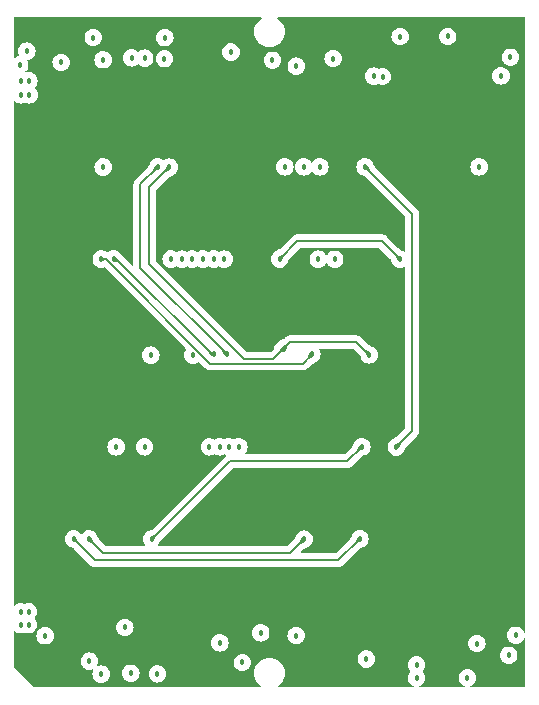
<source format=gbr>
%TF.GenerationSoftware,KiCad,Pcbnew,7.0.7*%
%TF.CreationDate,2024-12-12T20:45:32-05:00*%
%TF.ProjectId,design-files_TM,64657369-676e-42d6-9669-6c65735f544d,rev?*%
%TF.SameCoordinates,Original*%
%TF.FileFunction,Copper,L3,Inr*%
%TF.FilePolarity,Positive*%
%FSLAX46Y46*%
G04 Gerber Fmt 4.6, Leading zero omitted, Abs format (unit mm)*
G04 Created by KiCad (PCBNEW 7.0.7) date 2024-12-12 20:45:32*
%MOMM*%
%LPD*%
G01*
G04 APERTURE LIST*
%TA.AperFunction,ViaPad*%
%ADD10C,0.457300*%
%TD*%
%TA.AperFunction,Conductor*%
%ADD11C,0.127000*%
%TD*%
G04 APERTURE END LIST*
D10*
%TO.N,+5V*%
X13190000Y-2100000D03*
X18640000Y-36750000D03*
X37130000Y-2000000D03*
X15570000Y-28970000D03*
X26180000Y-20850000D03*
X13150000Y-3880000D03*
X12560000Y-55970000D03*
X7970000Y-3970000D03*
X16960000Y-36750000D03*
X17820000Y-36740000D03*
X41650000Y-5340000D03*
X9800000Y-52040000D03*
X7965000Y-13055000D03*
X38800000Y-56300000D03*
X9070000Y-36740000D03*
X11470000Y-36750000D03*
X7800000Y-56000000D03*
X19460000Y-36740000D03*
X7130000Y-2090000D03*
X23340000Y-13040000D03*
X34500000Y-56300000D03*
X12010000Y-28980000D03*
X39800000Y-13050000D03*
X33110000Y-2010000D03*
%TO.N,/~{RESET}*%
X17350000Y-28920000D03*
X8850000Y-20840000D03*
%TO.N,VCC*%
X1037329Y-5752873D03*
X1682329Y-5752873D03*
X1000000Y-6950000D03*
X1700000Y-6950000D03*
%TO.N,/DOUT*%
X29860000Y-36740000D03*
X12070000Y-44550000D03*
X31620000Y-5400000D03*
X30480000Y-28950000D03*
X13570000Y-13070000D03*
X23240000Y-28430000D03*
%TO.N,/DIN*%
X18420000Y-28920000D03*
X12590000Y-13040000D03*
%TO.N,/CLK*%
X32790000Y-36760000D03*
X25640000Y-28910000D03*
X7810000Y-20840000D03*
X6790000Y-44550000D03*
X30150000Y-13040000D03*
X24970000Y-44560000D03*
%TO.N,GND*%
X3830000Y-54330000D03*
X20574000Y-28450000D03*
X3270000Y-13050000D03*
X16550000Y-4300000D03*
X36070000Y-5410000D03*
X38150000Y-4250000D03*
X12030000Y-52030000D03*
X25700000Y-52700000D03*
X17490000Y-44540000D03*
X16860000Y-44550000D03*
X2090000Y-13050000D03*
X18790000Y-44540000D03*
X27600000Y-53100000D03*
X8460000Y-28390000D03*
X24220000Y-20850000D03*
X9181842Y-28390000D03*
X9130000Y-13050000D03*
X7470000Y-28870000D03*
X19420000Y-44550000D03*
X5810000Y-36770000D03*
X41350000Y-13050000D03*
X40150000Y-4900000D03*
X6020000Y-53330000D03*
X9250000Y-4020000D03*
X18540000Y-4830000D03*
X5900000Y-3850000D03*
X6430000Y-29200000D03*
X40000000Y-20850000D03*
X17950000Y-13050000D03*
X22360000Y-13050000D03*
X18150000Y-44540000D03*
X6530000Y-28450000D03*
%TO.N,Net-(JMPR1-Pad1)*%
X1000000Y-51800000D03*
X1650000Y-50700000D03*
X1000000Y-50700000D03*
X1650000Y-51800000D03*
%TO.N,/LGAD1*%
X15520000Y-20840000D03*
X17850000Y-53350000D03*
X6800000Y-54900000D03*
%TO.N,/ETROC1*%
X10300000Y-55920000D03*
X19750000Y-55000000D03*
X16420000Y-20840000D03*
%TO.N,/CS_T1*%
X30880000Y-5370000D03*
X27570000Y-20870000D03*
%TO.N,/CS_T3*%
X5470000Y-44550000D03*
X29690000Y-44530000D03*
%TO.N,/2.5V*%
X33100000Y-20850000D03*
X22900000Y-20840000D03*
%TO.N,/LGAD2*%
X39600000Y-53400000D03*
X30250000Y-54710000D03*
X17320000Y-20840000D03*
%TO.N,/ETROC2*%
X18220000Y-20850000D03*
X34500000Y-55200000D03*
X42300000Y-54400000D03*
%TO.N,/LGAD3*%
X4400000Y-4200000D03*
X13720000Y-20840000D03*
X10370000Y-3820000D03*
%TO.N,/ETROC3*%
X1500000Y-3250000D03*
X11480000Y-3830000D03*
X14620000Y-20850000D03*
%TO.N,/LGAD4*%
X26310000Y-13050000D03*
X27440000Y-3870000D03*
%TO.N,/ETROC4*%
X24960000Y-13050000D03*
X24321000Y-4509000D03*
%TO.N,TP+*%
X24310000Y-52720000D03*
X18790000Y-3320000D03*
X3060000Y-52740000D03*
X42450000Y-3750000D03*
%TO.N,Net-(U1-VSS)*%
X21300000Y-52500000D03*
%TO.N,Net-(U2-VSS)*%
X42900000Y-52700000D03*
%TO.N,Net-(U3-VSS)*%
X900000Y-4400000D03*
%TO.N,Net-(U4-VSS)*%
X22300000Y-4000000D03*
%TD*%
D11*
%TO.N,/~{RESET}*%
X9060000Y-20840000D02*
X8850000Y-20840000D01*
X17140000Y-28920000D02*
X9060000Y-20840000D01*
X17350000Y-28920000D02*
X17140000Y-28920000D01*
%TO.N,/DOUT*%
X18740000Y-37950000D02*
X12140000Y-44550000D01*
X30480000Y-28950000D02*
X29410000Y-27880000D01*
X28650000Y-37950000D02*
X18740000Y-37950000D01*
X29860000Y-36740000D02*
X28650000Y-37950000D01*
X23169150Y-28490850D02*
X22360000Y-29300000D01*
X12140000Y-44550000D02*
X12070000Y-44550000D01*
X19920000Y-29300000D02*
X11880000Y-21260000D01*
X22360000Y-29300000D02*
X19920000Y-29300000D01*
X29410000Y-27880000D02*
X23790000Y-27880000D01*
X11880000Y-14760000D02*
X13570000Y-13070000D01*
X23790000Y-27880000D02*
X23240000Y-28430000D01*
X11880000Y-21260000D02*
X11880000Y-14760000D01*
%TO.N,/DIN*%
X11100000Y-21600000D02*
X11100000Y-14530000D01*
X11100000Y-14530000D02*
X12590000Y-13040000D01*
X18420000Y-28920000D02*
X11100000Y-21600000D01*
%TO.N,/CLK*%
X34130000Y-35400000D02*
X34130000Y-17018000D01*
X6790000Y-44580000D02*
X6790000Y-44520000D01*
X24970000Y-44560000D02*
X24970000Y-44580000D01*
X33172000Y-16060000D02*
X34130000Y-17018000D01*
X24970000Y-44580000D02*
X23810000Y-45740000D01*
X8180000Y-20840000D02*
X7810000Y-20840000D01*
X24850000Y-29700000D02*
X17040000Y-29700000D01*
X33170000Y-16060000D02*
X30150000Y-13040000D01*
X17040000Y-29700000D02*
X8180000Y-20840000D01*
X33170000Y-16060000D02*
X33172000Y-16060000D01*
X24970000Y-44540000D02*
X24970000Y-44560000D01*
X23810000Y-45740000D02*
X7950000Y-45740000D01*
X32770000Y-36760000D02*
X32790000Y-36760000D01*
X32790000Y-36740000D02*
X34130000Y-35400000D01*
X7950000Y-45740000D02*
X6790000Y-44580000D01*
X24970000Y-44540000D02*
X24970000Y-44540000D01*
X25640000Y-28910000D02*
X24850000Y-29700000D01*
X32790000Y-36760000D02*
X32790000Y-36740000D01*
%TO.N,/CS_T3*%
X29690000Y-44540000D02*
X27890000Y-46340000D01*
X29690000Y-44530000D02*
X29690000Y-44540000D01*
X7260000Y-46340000D02*
X5470000Y-44550000D01*
X27890000Y-46340000D02*
X7260000Y-46340000D01*
%TO.N,/2.5V*%
X24410000Y-19330000D02*
X31580000Y-19330000D01*
X31580000Y-19330000D02*
X33100000Y-20850000D01*
X22900000Y-20840000D02*
X24410000Y-19330000D01*
%TD*%
%TA.AperFunction,Conductor*%
%TO.N,/~{RESET}*%
G36*
X9019600Y-20686942D02*
G01*
X9019902Y-20687258D01*
X9274539Y-20964075D01*
X9277618Y-20972484D01*
X9274201Y-20980269D01*
X9195669Y-21058801D01*
X9187619Y-21062226D01*
X8861886Y-21068423D01*
X8853549Y-21065154D01*
X8849965Y-21056948D01*
X8849963Y-21056761D01*
X8849727Y-20980269D01*
X8849308Y-20844189D01*
X8852708Y-20835907D01*
X9003055Y-20686869D01*
X9011342Y-20683479D01*
X9019600Y-20686942D01*
G37*
%TD.AperFunction*%
%TD*%
%TA.AperFunction,Conductor*%
%TO.N,/2.5V*%
G36*
X23184061Y-20477342D02*
G01*
X23262657Y-20555938D01*
X23266084Y-20564211D01*
X23265136Y-20568824D01*
X23115782Y-20916926D01*
X23109371Y-20923178D01*
X23100596Y-20923140D01*
X22903828Y-20842564D01*
X22897471Y-20836258D01*
X22816859Y-20639402D01*
X22816895Y-20630448D01*
X22823070Y-20624219D01*
X23171176Y-20474862D01*
X23180129Y-20474750D01*
X23184061Y-20477342D01*
G37*
%TD.AperFunction*%
%TD*%
%TA.AperFunction,Conductor*%
%TO.N,/CLK*%
G36*
X30359551Y-12956895D02*
G01*
X30365782Y-12963073D01*
X30515136Y-13311175D01*
X30515249Y-13320129D01*
X30512657Y-13324061D01*
X30434061Y-13402657D01*
X30425788Y-13406084D01*
X30421175Y-13405136D01*
X30219153Y-13318458D01*
X30073072Y-13255781D01*
X30066821Y-13249371D01*
X30066858Y-13240597D01*
X30147436Y-13043826D01*
X30153740Y-13037471D01*
X30350597Y-12956859D01*
X30359551Y-12956895D01*
G37*
%TD.AperFunction*%
%TD*%
%TA.AperFunction,Conductor*%
%TO.N,/CS_T3*%
G36*
X29686171Y-44527435D02*
G01*
X29692528Y-44533741D01*
X29692564Y-44533828D01*
X29773206Y-44730758D01*
X29773170Y-44739713D01*
X29767156Y-44745872D01*
X29424890Y-44898976D01*
X29415939Y-44899226D01*
X29411840Y-44896569D01*
X29333231Y-44817960D01*
X29329804Y-44809687D01*
X29330672Y-44805265D01*
X29474329Y-44453340D01*
X29480627Y-44446978D01*
X29489580Y-44446932D01*
X29686171Y-44527435D01*
G37*
%TD.AperFunction*%
%TD*%
%TA.AperFunction,Conductor*%
%TO.N,/CLK*%
G36*
X24769771Y-44477010D02*
G01*
X24966171Y-44557435D01*
X24972528Y-44563741D01*
X24972564Y-44563828D01*
X25053273Y-44760920D01*
X25053237Y-44769875D01*
X25047390Y-44775958D01*
X24710955Y-44932810D01*
X24702009Y-44933200D01*
X24697738Y-44930479D01*
X24619120Y-44851861D01*
X24615693Y-44843588D01*
X24616484Y-44839361D01*
X24754445Y-44483611D01*
X24760630Y-44477138D01*
X24769582Y-44476935D01*
X24769771Y-44477010D01*
G37*
%TD.AperFunction*%
%TD*%
%TA.AperFunction,Conductor*%
%TO.N,/CLK*%
G36*
X33062261Y-36389520D02*
G01*
X33140879Y-36468138D01*
X33144306Y-36476411D01*
X33143514Y-36480641D01*
X33005555Y-36836386D01*
X32999369Y-36842861D01*
X32990417Y-36843064D01*
X32990213Y-36842983D01*
X32793828Y-36762564D01*
X32787471Y-36756258D01*
X32706726Y-36559077D01*
X32706762Y-36550124D01*
X32712608Y-36544041D01*
X33049045Y-36387188D01*
X33057990Y-36386799D01*
X33062261Y-36389520D01*
G37*
%TD.AperFunction*%
%TD*%
%TA.AperFunction,Conductor*%
%TO.N,GND*%
G36*
X21368815Y-399806D02*
G01*
X21387121Y-444000D01*
X21368815Y-488194D01*
X21360469Y-495197D01*
X21210859Y-599953D01*
X21049953Y-760859D01*
X20919431Y-947266D01*
X20823260Y-1153505D01*
X20823259Y-1153507D01*
X20764367Y-1373295D01*
X20764364Y-1373311D01*
X20744532Y-1599997D01*
X20744532Y-1600002D01*
X20764364Y-1826688D01*
X20764367Y-1826704D01*
X20823259Y-2046492D01*
X20823260Y-2046494D01*
X20919431Y-2252733D01*
X21049953Y-2439140D01*
X21210859Y-2600046D01*
X21278674Y-2647530D01*
X21397266Y-2730568D01*
X21397265Y-2730568D01*
X21456840Y-2758348D01*
X21603504Y-2826739D01*
X21603506Y-2826739D01*
X21603507Y-2826740D01*
X21823295Y-2885632D01*
X21823301Y-2885633D01*
X21823308Y-2885635D01*
X21993216Y-2900500D01*
X22106784Y-2900500D01*
X22276692Y-2885635D01*
X22276701Y-2885632D01*
X22276704Y-2885632D01*
X22496492Y-2826740D01*
X22496491Y-2826740D01*
X22496496Y-2826739D01*
X22702734Y-2730568D01*
X22889139Y-2600047D01*
X23050047Y-2439139D01*
X23180568Y-2252734D01*
X23276739Y-2046496D01*
X23286518Y-2010000D01*
X32368186Y-2010000D01*
X32386784Y-2175067D01*
X32441651Y-2331866D01*
X32441652Y-2331867D01*
X32530024Y-2472511D01*
X32647488Y-2589975D01*
X32788132Y-2678347D01*
X32788133Y-2678348D01*
X32788135Y-2678348D01*
X32788139Y-2678351D01*
X32944931Y-2733215D01*
X33110000Y-2751814D01*
X33275069Y-2733215D01*
X33431861Y-2678351D01*
X33572513Y-2589974D01*
X33689974Y-2472513D01*
X33778351Y-2331861D01*
X33833215Y-2175069D01*
X33851814Y-2010000D01*
X33850687Y-2000000D01*
X36388186Y-2000000D01*
X36406784Y-2165067D01*
X36461651Y-2321866D01*
X36461652Y-2321867D01*
X36550024Y-2462511D01*
X36667488Y-2579975D01*
X36808132Y-2668347D01*
X36808133Y-2668348D01*
X36808135Y-2668348D01*
X36808139Y-2668351D01*
X36964931Y-2723215D01*
X37130000Y-2741814D01*
X37295069Y-2723215D01*
X37451861Y-2668351D01*
X37592513Y-2579974D01*
X37709974Y-2462513D01*
X37798351Y-2321861D01*
X37853215Y-2165069D01*
X37871814Y-2000000D01*
X37853215Y-1834931D01*
X37798351Y-1678139D01*
X37798348Y-1678135D01*
X37798348Y-1678133D01*
X37798347Y-1678132D01*
X37709975Y-1537488D01*
X37592511Y-1420024D01*
X37451867Y-1331652D01*
X37451866Y-1331651D01*
X37451861Y-1331649D01*
X37380550Y-1306696D01*
X37295067Y-1276784D01*
X37130000Y-1258186D01*
X36964932Y-1276784D01*
X36808133Y-1331651D01*
X36808132Y-1331652D01*
X36667488Y-1420024D01*
X36550024Y-1537488D01*
X36461652Y-1678132D01*
X36461651Y-1678133D01*
X36406784Y-1834932D01*
X36388186Y-2000000D01*
X33850687Y-2000000D01*
X33833215Y-1844931D01*
X33778351Y-1688139D01*
X33778348Y-1688135D01*
X33778348Y-1688133D01*
X33778347Y-1688132D01*
X33689975Y-1547488D01*
X33572511Y-1430024D01*
X33431867Y-1341652D01*
X33431866Y-1341651D01*
X33431861Y-1341649D01*
X33360550Y-1316696D01*
X33275067Y-1286784D01*
X33110000Y-1268186D01*
X32944932Y-1286784D01*
X32788133Y-1341651D01*
X32788132Y-1341652D01*
X32647488Y-1430024D01*
X32530024Y-1547488D01*
X32441652Y-1688132D01*
X32441651Y-1688133D01*
X32386784Y-1844932D01*
X32368186Y-2010000D01*
X23286518Y-2010000D01*
X23333427Y-1834932D01*
X23335632Y-1826704D01*
X23335632Y-1826701D01*
X23335635Y-1826692D01*
X23355468Y-1600000D01*
X23335635Y-1373308D01*
X23333887Y-1366785D01*
X23276740Y-1153507D01*
X23276739Y-1153505D01*
X23180568Y-947266D01*
X23050046Y-760859D01*
X22889140Y-599953D01*
X22739531Y-495197D01*
X22713829Y-454853D01*
X22724182Y-408152D01*
X22764526Y-382450D01*
X22775379Y-381500D01*
X43656000Y-381500D01*
X43700194Y-399806D01*
X43718500Y-444000D01*
X43718500Y-52439391D01*
X43700194Y-52483585D01*
X43656000Y-52501891D01*
X43611806Y-52483585D01*
X43597007Y-52460034D01*
X43589784Y-52439391D01*
X43568351Y-52378139D01*
X43568348Y-52378135D01*
X43568348Y-52378133D01*
X43568347Y-52378132D01*
X43479975Y-52237488D01*
X43362511Y-52120024D01*
X43221867Y-52031652D01*
X43221866Y-52031651D01*
X43221861Y-52031649D01*
X43150550Y-52006696D01*
X43065067Y-51976784D01*
X42900000Y-51958186D01*
X42734932Y-51976784D01*
X42578133Y-52031651D01*
X42578132Y-52031652D01*
X42437488Y-52120024D01*
X42320024Y-52237488D01*
X42231652Y-52378132D01*
X42231651Y-52378133D01*
X42176784Y-52534932D01*
X42158186Y-52700000D01*
X42176784Y-52865067D01*
X42200727Y-52933491D01*
X42210881Y-52962511D01*
X42231651Y-53021866D01*
X42231652Y-53021867D01*
X42320024Y-53162511D01*
X42437488Y-53279975D01*
X42578132Y-53368347D01*
X42578133Y-53368348D01*
X42578135Y-53368348D01*
X42578139Y-53368351D01*
X42734931Y-53423215D01*
X42900000Y-53441814D01*
X43065069Y-53423215D01*
X43221861Y-53368351D01*
X43362513Y-53279974D01*
X43479974Y-53162513D01*
X43568351Y-53021861D01*
X43597008Y-52939963D01*
X43628883Y-52904297D01*
X43676643Y-52901615D01*
X43712311Y-52933491D01*
X43718500Y-52960608D01*
X43718500Y-57056000D01*
X43700194Y-57100194D01*
X43656000Y-57118500D01*
X39060608Y-57118500D01*
X39016414Y-57100194D01*
X38998108Y-57056000D01*
X39016414Y-57011806D01*
X39039962Y-56997008D01*
X39121861Y-56968351D01*
X39262513Y-56879974D01*
X39379974Y-56762513D01*
X39468351Y-56621861D01*
X39523215Y-56465069D01*
X39541814Y-56300000D01*
X39523215Y-56134931D01*
X39468351Y-55978139D01*
X39468348Y-55978135D01*
X39468348Y-55978133D01*
X39468347Y-55978132D01*
X39379975Y-55837488D01*
X39262511Y-55720024D01*
X39121867Y-55631652D01*
X39121866Y-55631651D01*
X39121861Y-55631649D01*
X39008028Y-55591817D01*
X38965067Y-55576784D01*
X38800000Y-55558186D01*
X38634932Y-55576784D01*
X38478133Y-55631651D01*
X38478132Y-55631652D01*
X38337488Y-55720024D01*
X38220024Y-55837488D01*
X38131652Y-55978132D01*
X38131651Y-55978133D01*
X38076784Y-56134932D01*
X38058186Y-56299999D01*
X38076784Y-56465067D01*
X38076785Y-56465069D01*
X38116992Y-56579975D01*
X38131651Y-56621866D01*
X38131652Y-56621867D01*
X38220024Y-56762511D01*
X38337488Y-56879975D01*
X38478132Y-56968347D01*
X38478133Y-56968348D01*
X38478135Y-56968348D01*
X38478139Y-56968351D01*
X38560036Y-56997008D01*
X38595703Y-57028883D01*
X38598385Y-57076643D01*
X38566509Y-57112311D01*
X38539392Y-57118500D01*
X34760608Y-57118500D01*
X34716414Y-57100194D01*
X34698108Y-57056000D01*
X34716414Y-57011806D01*
X34739962Y-56997008D01*
X34821861Y-56968351D01*
X34962513Y-56879974D01*
X35079974Y-56762513D01*
X35168351Y-56621861D01*
X35223215Y-56465069D01*
X35241814Y-56300000D01*
X35223215Y-56134931D01*
X35168351Y-55978139D01*
X35168348Y-55978135D01*
X35168348Y-55978133D01*
X35168347Y-55978132D01*
X35079976Y-55837490D01*
X35079975Y-55837489D01*
X35079974Y-55837487D01*
X35036680Y-55794193D01*
X35018375Y-55749998D01*
X35036679Y-55705807D01*
X35079974Y-55662513D01*
X35168351Y-55521861D01*
X35223215Y-55365069D01*
X35241814Y-55200000D01*
X35223215Y-55034931D01*
X35168351Y-54878139D01*
X35168348Y-54878135D01*
X35168348Y-54878133D01*
X35168347Y-54878132D01*
X35079975Y-54737488D01*
X34962511Y-54620024D01*
X34821867Y-54531652D01*
X34821866Y-54531651D01*
X34821861Y-54531649D01*
X34750550Y-54506696D01*
X34665067Y-54476784D01*
X34500000Y-54458186D01*
X34334932Y-54476784D01*
X34178133Y-54531651D01*
X34178132Y-54531652D01*
X34037488Y-54620024D01*
X33920024Y-54737488D01*
X33831652Y-54878132D01*
X33831651Y-54878133D01*
X33776784Y-55034932D01*
X33758186Y-55200000D01*
X33776784Y-55365067D01*
X33785517Y-55390024D01*
X33826619Y-55507487D01*
X33831651Y-55521866D01*
X33831652Y-55521867D01*
X33920024Y-55662511D01*
X33963319Y-55705806D01*
X33981625Y-55750000D01*
X33963319Y-55794194D01*
X33920025Y-55837487D01*
X33920024Y-55837488D01*
X33831652Y-55978132D01*
X33831651Y-55978133D01*
X33776784Y-56134932D01*
X33758186Y-56300000D01*
X33776784Y-56465067D01*
X33776785Y-56465069D01*
X33816992Y-56579975D01*
X33831651Y-56621866D01*
X33831652Y-56621867D01*
X33920024Y-56762511D01*
X34037488Y-56879975D01*
X34178132Y-56968347D01*
X34178133Y-56968348D01*
X34178135Y-56968348D01*
X34178139Y-56968351D01*
X34260036Y-56997008D01*
X34295703Y-57028883D01*
X34298385Y-57076643D01*
X34266509Y-57112311D01*
X34239392Y-57118500D01*
X22775379Y-57118500D01*
X22731185Y-57100194D01*
X22712879Y-57056000D01*
X22731185Y-57011806D01*
X22739531Y-57004803D01*
X22889140Y-56900046D01*
X23050046Y-56739140D01*
X23069180Y-56711814D01*
X23180568Y-56552734D01*
X23276739Y-56346496D01*
X23325353Y-56165067D01*
X23335632Y-56126704D01*
X23335632Y-56126701D01*
X23335635Y-56126692D01*
X23355468Y-55900000D01*
X23335635Y-55673308D01*
X23332741Y-55662509D01*
X23276740Y-55453507D01*
X23276739Y-55453505D01*
X23275950Y-55451814D01*
X23180568Y-55247266D01*
X23165310Y-55225475D01*
X23050046Y-55060859D01*
X22889140Y-54899953D01*
X22770547Y-54816915D01*
X22702734Y-54769432D01*
X22702732Y-54769431D01*
X22702734Y-54769431D01*
X22575283Y-54710000D01*
X29508186Y-54710000D01*
X29526784Y-54875067D01*
X29581651Y-55031866D01*
X29581652Y-55031867D01*
X29670024Y-55172511D01*
X29787488Y-55289975D01*
X29928132Y-55378347D01*
X29928133Y-55378348D01*
X29928135Y-55378348D01*
X29928139Y-55378351D01*
X30084931Y-55433215D01*
X30250000Y-55451814D01*
X30415069Y-55433215D01*
X30571861Y-55378351D01*
X30712513Y-55289974D01*
X30829974Y-55172513D01*
X30918351Y-55031861D01*
X30973215Y-54875069D01*
X30991814Y-54710000D01*
X30973215Y-54544931D01*
X30922501Y-54400000D01*
X41558186Y-54400000D01*
X41576784Y-54565067D01*
X41576785Y-54565069D01*
X41627498Y-54709999D01*
X41631651Y-54721866D01*
X41631652Y-54721867D01*
X41720024Y-54862511D01*
X41837488Y-54979975D01*
X41978132Y-55068347D01*
X41978133Y-55068348D01*
X41978135Y-55068348D01*
X41978139Y-55068351D01*
X42134931Y-55123215D01*
X42300000Y-55141814D01*
X42465069Y-55123215D01*
X42621861Y-55068351D01*
X42762513Y-54979974D01*
X42879974Y-54862513D01*
X42968351Y-54721861D01*
X43023215Y-54565069D01*
X43041814Y-54400000D01*
X43023215Y-54234931D01*
X42968351Y-54078139D01*
X42968348Y-54078135D01*
X42968348Y-54078133D01*
X42968347Y-54078132D01*
X42879975Y-53937488D01*
X42762511Y-53820024D01*
X42621867Y-53731652D01*
X42621866Y-53731651D01*
X42621861Y-53731649D01*
X42550550Y-53706696D01*
X42465067Y-53676784D01*
X42300000Y-53658186D01*
X42134932Y-53676784D01*
X41978133Y-53731651D01*
X41978132Y-53731652D01*
X41837488Y-53820024D01*
X41720024Y-53937488D01*
X41631652Y-54078132D01*
X41631651Y-54078133D01*
X41576784Y-54234932D01*
X41558186Y-54400000D01*
X30922501Y-54400000D01*
X30918351Y-54388139D01*
X30918348Y-54388135D01*
X30918348Y-54388133D01*
X30918347Y-54388132D01*
X30829975Y-54247488D01*
X30712511Y-54130024D01*
X30571867Y-54041652D01*
X30571866Y-54041651D01*
X30571861Y-54041649D01*
X30500550Y-54016696D01*
X30415067Y-53986784D01*
X30250000Y-53968186D01*
X30084932Y-53986784D01*
X29928133Y-54041651D01*
X29928132Y-54041652D01*
X29787488Y-54130024D01*
X29670024Y-54247488D01*
X29581652Y-54388132D01*
X29581651Y-54388133D01*
X29526784Y-54544932D01*
X29508186Y-54710000D01*
X22575283Y-54710000D01*
X22496494Y-54673260D01*
X22496492Y-54673259D01*
X22276704Y-54614367D01*
X22276688Y-54614364D01*
X22106784Y-54599500D01*
X21993216Y-54599500D01*
X21823311Y-54614364D01*
X21823295Y-54614367D01*
X21603507Y-54673259D01*
X21603505Y-54673260D01*
X21397266Y-54769431D01*
X21210859Y-54899953D01*
X21049953Y-55060859D01*
X20919431Y-55247266D01*
X20823260Y-55453505D01*
X20823259Y-55453507D01*
X20764367Y-55673295D01*
X20764364Y-55673311D01*
X20744532Y-55899997D01*
X20744532Y-55900002D01*
X20764364Y-56126688D01*
X20764367Y-56126704D01*
X20823259Y-56346492D01*
X20823260Y-56346494D01*
X20919431Y-56552733D01*
X21049953Y-56739140D01*
X21210859Y-56900046D01*
X21360469Y-57004803D01*
X21386171Y-57045147D01*
X21375818Y-57091848D01*
X21335474Y-57117550D01*
X21324621Y-57118500D01*
X2183910Y-57118500D01*
X2139716Y-57100194D01*
X399805Y-55360283D01*
X381499Y-55316089D01*
X381499Y-54900000D01*
X6058186Y-54900000D01*
X6076784Y-55065067D01*
X6076785Y-55065069D01*
X6123999Y-55200000D01*
X6131651Y-55221866D01*
X6131652Y-55221867D01*
X6220024Y-55362511D01*
X6337488Y-55479975D01*
X6478132Y-55568347D01*
X6478133Y-55568348D01*
X6478135Y-55568348D01*
X6478139Y-55568351D01*
X6634931Y-55623215D01*
X6800000Y-55641814D01*
X6965069Y-55623215D01*
X7054798Y-55591817D01*
X7102557Y-55594498D01*
X7134432Y-55630166D01*
X7131948Y-55674525D01*
X7132809Y-55674827D01*
X7131764Y-55677812D01*
X7131759Y-55677909D01*
X7131654Y-55678125D01*
X7076784Y-55834932D01*
X7058186Y-56000000D01*
X7076784Y-56165067D01*
X7076785Y-56165069D01*
X7123999Y-56300000D01*
X7131651Y-56321866D01*
X7131652Y-56321867D01*
X7220024Y-56462511D01*
X7337488Y-56579975D01*
X7478132Y-56668347D01*
X7478133Y-56668348D01*
X7478135Y-56668348D01*
X7478139Y-56668351D01*
X7634931Y-56723215D01*
X7800000Y-56741814D01*
X7965069Y-56723215D01*
X8121861Y-56668351D01*
X8262513Y-56579974D01*
X8379974Y-56462513D01*
X8468351Y-56321861D01*
X8523215Y-56165069D01*
X8541814Y-56000000D01*
X8532800Y-55920000D01*
X9558186Y-55920000D01*
X9576784Y-56085067D01*
X9631651Y-56241866D01*
X9631652Y-56241867D01*
X9720024Y-56382511D01*
X9837488Y-56499975D01*
X9978132Y-56588347D01*
X9978133Y-56588348D01*
X9978135Y-56588348D01*
X9978139Y-56588351D01*
X10134931Y-56643215D01*
X10300000Y-56661814D01*
X10465069Y-56643215D01*
X10621861Y-56588351D01*
X10762513Y-56499974D01*
X10879974Y-56382513D01*
X10968351Y-56241861D01*
X11023215Y-56085069D01*
X11036180Y-55969999D01*
X11818186Y-55969999D01*
X11836784Y-56135067D01*
X11891651Y-56291866D01*
X11891652Y-56291867D01*
X11980024Y-56432511D01*
X12097488Y-56549975D01*
X12238132Y-56638347D01*
X12238133Y-56638348D01*
X12238135Y-56638348D01*
X12238139Y-56638351D01*
X12394931Y-56693215D01*
X12560000Y-56711814D01*
X12725069Y-56693215D01*
X12881861Y-56638351D01*
X13022513Y-56549974D01*
X13139974Y-56432513D01*
X13228351Y-56291861D01*
X13283215Y-56135069D01*
X13301814Y-55970000D01*
X13283215Y-55804931D01*
X13228351Y-55648139D01*
X13228348Y-55648135D01*
X13228348Y-55648133D01*
X13228347Y-55648132D01*
X13139975Y-55507488D01*
X13022511Y-55390024D01*
X12881867Y-55301652D01*
X12881866Y-55301651D01*
X12881861Y-55301649D01*
X12790936Y-55269833D01*
X12725067Y-55246784D01*
X12560000Y-55228186D01*
X12394932Y-55246784D01*
X12238133Y-55301651D01*
X12238132Y-55301652D01*
X12097488Y-55390024D01*
X11980024Y-55507488D01*
X11891652Y-55648132D01*
X11891651Y-55648133D01*
X11836784Y-55804932D01*
X11818186Y-55969999D01*
X11036180Y-55969999D01*
X11041814Y-55920000D01*
X11023215Y-55754931D01*
X10968351Y-55598139D01*
X10968348Y-55598135D01*
X10968348Y-55598133D01*
X10968347Y-55598132D01*
X10879975Y-55457488D01*
X10762511Y-55340024D01*
X10621867Y-55251652D01*
X10621866Y-55251651D01*
X10621861Y-55251649D01*
X10546197Y-55225173D01*
X10465067Y-55196784D01*
X10300000Y-55178186D01*
X10134932Y-55196784D01*
X9978133Y-55251651D01*
X9978132Y-55251652D01*
X9837488Y-55340024D01*
X9720024Y-55457488D01*
X9631652Y-55598132D01*
X9631651Y-55598133D01*
X9576784Y-55754932D01*
X9558186Y-55920000D01*
X8532800Y-55920000D01*
X8523215Y-55834931D01*
X8468351Y-55678139D01*
X8468348Y-55678135D01*
X8468348Y-55678133D01*
X8468347Y-55678132D01*
X8379975Y-55537488D01*
X8262511Y-55420024D01*
X8121867Y-55331652D01*
X8121866Y-55331651D01*
X8121861Y-55331649D01*
X8002761Y-55289974D01*
X7965067Y-55276784D01*
X7800000Y-55258186D01*
X7634932Y-55276784D01*
X7597236Y-55289975D01*
X7545201Y-55308182D01*
X7497441Y-55305501D01*
X7465566Y-55269833D01*
X7468056Y-55225475D01*
X7467191Y-55225173D01*
X7468242Y-55222167D01*
X7468248Y-55222072D01*
X7468250Y-55222070D01*
X7468348Y-55221866D01*
X7468348Y-55221865D01*
X7468351Y-55221861D01*
X7523215Y-55065069D01*
X7530547Y-54999999D01*
X19008186Y-54999999D01*
X19026784Y-55165067D01*
X19046731Y-55222072D01*
X19079629Y-55316089D01*
X19081651Y-55321866D01*
X19081652Y-55321867D01*
X19170024Y-55462511D01*
X19287488Y-55579975D01*
X19428132Y-55668347D01*
X19428133Y-55668348D01*
X19428135Y-55668348D01*
X19428139Y-55668351D01*
X19584931Y-55723215D01*
X19750000Y-55741814D01*
X19915069Y-55723215D01*
X20071861Y-55668351D01*
X20212513Y-55579974D01*
X20329974Y-55462513D01*
X20418351Y-55321861D01*
X20473215Y-55165069D01*
X20491814Y-55000000D01*
X20473215Y-54834931D01*
X20418351Y-54678139D01*
X20418348Y-54678135D01*
X20418348Y-54678133D01*
X20418347Y-54678132D01*
X20329975Y-54537488D01*
X20212511Y-54420024D01*
X20071867Y-54331652D01*
X20071866Y-54331651D01*
X20071861Y-54331649D01*
X20000550Y-54306696D01*
X19915067Y-54276784D01*
X19750000Y-54258186D01*
X19584932Y-54276784D01*
X19428133Y-54331651D01*
X19428132Y-54331652D01*
X19287488Y-54420024D01*
X19170024Y-54537488D01*
X19081652Y-54678132D01*
X19081651Y-54678133D01*
X19026784Y-54834932D01*
X19008186Y-54999999D01*
X7530547Y-54999999D01*
X7541814Y-54900000D01*
X7523215Y-54734931D01*
X7468351Y-54578139D01*
X7468348Y-54578135D01*
X7468348Y-54578133D01*
X7468347Y-54578132D01*
X7379975Y-54437488D01*
X7262511Y-54320024D01*
X7121867Y-54231652D01*
X7121866Y-54231651D01*
X7121861Y-54231649D01*
X7050550Y-54206696D01*
X6965067Y-54176784D01*
X6800000Y-54158186D01*
X6634932Y-54176784D01*
X6478133Y-54231651D01*
X6478132Y-54231652D01*
X6337488Y-54320024D01*
X6220024Y-54437488D01*
X6131652Y-54578132D01*
X6131651Y-54578133D01*
X6076784Y-54734932D01*
X6058186Y-54900000D01*
X381499Y-54900000D01*
X381499Y-53812511D01*
X381499Y-52740000D01*
X2318186Y-52740000D01*
X2336784Y-52905067D01*
X2366696Y-52990550D01*
X2384652Y-53041866D01*
X2391651Y-53061866D01*
X2391652Y-53061867D01*
X2480024Y-53202511D01*
X2597488Y-53319975D01*
X2738132Y-53408347D01*
X2738133Y-53408348D01*
X2738135Y-53408348D01*
X2738139Y-53408351D01*
X2894931Y-53463215D01*
X3060000Y-53481814D01*
X3225069Y-53463215D01*
X3381861Y-53408351D01*
X3474727Y-53350000D01*
X17108186Y-53350000D01*
X17126784Y-53515067D01*
X17181651Y-53671866D01*
X17181652Y-53671867D01*
X17270024Y-53812511D01*
X17387488Y-53929975D01*
X17528132Y-54018347D01*
X17528133Y-54018348D01*
X17528135Y-54018348D01*
X17528139Y-54018351D01*
X17684931Y-54073215D01*
X17850000Y-54091814D01*
X18015069Y-54073215D01*
X18171861Y-54018351D01*
X18312513Y-53929974D01*
X18429974Y-53812513D01*
X18518351Y-53671861D01*
X18573215Y-53515069D01*
X18591814Y-53350000D01*
X18573215Y-53184931D01*
X18518351Y-53028139D01*
X18518348Y-53028135D01*
X18518348Y-53028133D01*
X18518347Y-53028132D01*
X18429975Y-52887488D01*
X18312511Y-52770024D01*
X18171867Y-52681652D01*
X18171866Y-52681651D01*
X18171861Y-52681649D01*
X18100550Y-52656696D01*
X18015067Y-52626784D01*
X17850000Y-52608186D01*
X17684932Y-52626784D01*
X17528133Y-52681651D01*
X17528132Y-52681652D01*
X17387488Y-52770024D01*
X17270024Y-52887488D01*
X17181652Y-53028132D01*
X17181651Y-53028133D01*
X17126784Y-53184932D01*
X17108186Y-53350000D01*
X3474727Y-53350000D01*
X3522513Y-53319974D01*
X3639974Y-53202513D01*
X3728351Y-53061861D01*
X3783215Y-52905069D01*
X3801814Y-52740000D01*
X3783215Y-52574931D01*
X3728351Y-52418139D01*
X3728348Y-52418135D01*
X3728348Y-52418133D01*
X3728347Y-52418132D01*
X3639975Y-52277488D01*
X3522511Y-52160024D01*
X3381867Y-52071652D01*
X3381866Y-52071651D01*
X3381861Y-52071649D01*
X3291414Y-52040000D01*
X9058186Y-52040000D01*
X9076784Y-52205067D01*
X9131651Y-52361866D01*
X9131652Y-52361867D01*
X9220024Y-52502511D01*
X9337488Y-52619975D01*
X9478132Y-52708347D01*
X9478133Y-52708348D01*
X9478135Y-52708348D01*
X9478139Y-52708351D01*
X9634931Y-52763215D01*
X9800000Y-52781814D01*
X9965069Y-52763215D01*
X10121861Y-52708351D01*
X10262513Y-52619974D01*
X10379974Y-52502513D01*
X10381553Y-52500000D01*
X20558186Y-52500000D01*
X20576784Y-52665067D01*
X20631651Y-52821866D01*
X20631652Y-52821867D01*
X20720024Y-52962511D01*
X20837488Y-53079975D01*
X20978132Y-53168347D01*
X20978133Y-53168348D01*
X20978135Y-53168348D01*
X20978139Y-53168351D01*
X21134931Y-53223215D01*
X21300000Y-53241814D01*
X21465069Y-53223215D01*
X21621861Y-53168351D01*
X21762513Y-53079974D01*
X21879974Y-52962513D01*
X21968351Y-52821861D01*
X22003994Y-52720000D01*
X23568186Y-52720000D01*
X23586784Y-52885067D01*
X23605127Y-52937487D01*
X23636847Y-53028139D01*
X23641651Y-53041866D01*
X23641652Y-53041867D01*
X23730024Y-53182511D01*
X23847488Y-53299975D01*
X23988132Y-53388347D01*
X23988133Y-53388348D01*
X23988135Y-53388348D01*
X23988139Y-53388351D01*
X24144931Y-53443215D01*
X24310000Y-53461814D01*
X24475069Y-53443215D01*
X24598570Y-53400000D01*
X38858186Y-53400000D01*
X38876784Y-53565067D01*
X38931651Y-53721866D01*
X38931652Y-53721867D01*
X39020024Y-53862511D01*
X39137488Y-53979975D01*
X39278132Y-54068347D01*
X39278133Y-54068348D01*
X39278135Y-54068348D01*
X39278139Y-54068351D01*
X39434931Y-54123215D01*
X39600000Y-54141814D01*
X39765069Y-54123215D01*
X39921861Y-54068351D01*
X40062513Y-53979974D01*
X40179974Y-53862513D01*
X40268351Y-53721861D01*
X40323215Y-53565069D01*
X40341814Y-53400000D01*
X40323215Y-53234931D01*
X40268351Y-53078139D01*
X40268348Y-53078135D01*
X40268348Y-53078133D01*
X40268347Y-53078132D01*
X40179975Y-52937488D01*
X40062511Y-52820024D01*
X39921867Y-52731652D01*
X39921866Y-52731651D01*
X39921861Y-52731649D01*
X39831414Y-52700000D01*
X39765067Y-52676784D01*
X39600000Y-52658186D01*
X39434932Y-52676784D01*
X39278133Y-52731651D01*
X39278132Y-52731652D01*
X39137488Y-52820024D01*
X39020024Y-52937488D01*
X38931652Y-53078132D01*
X38931651Y-53078133D01*
X38876784Y-53234932D01*
X38858186Y-53400000D01*
X24598570Y-53400000D01*
X24631861Y-53388351D01*
X24772513Y-53299974D01*
X24889974Y-53182513D01*
X24978351Y-53041861D01*
X25033215Y-52885069D01*
X25051814Y-52720000D01*
X25033215Y-52554931D01*
X24978351Y-52398139D01*
X24978348Y-52398135D01*
X24978348Y-52398133D01*
X24978347Y-52398132D01*
X24889975Y-52257488D01*
X24772511Y-52140024D01*
X24631867Y-52051652D01*
X24631866Y-52051651D01*
X24631861Y-52051649D01*
X24532223Y-52016784D01*
X24475067Y-51996784D01*
X24310000Y-51978186D01*
X24144932Y-51996784D01*
X23988133Y-52051651D01*
X23988132Y-52051652D01*
X23847488Y-52140024D01*
X23730024Y-52257488D01*
X23641652Y-52398132D01*
X23641651Y-52398133D01*
X23586784Y-52554932D01*
X23568186Y-52720000D01*
X22003994Y-52720000D01*
X22023215Y-52665069D01*
X22041814Y-52500000D01*
X22023215Y-52334931D01*
X21968351Y-52178139D01*
X21968348Y-52178135D01*
X21968348Y-52178133D01*
X21968347Y-52178132D01*
X21879975Y-52037488D01*
X21762511Y-51920024D01*
X21621867Y-51831652D01*
X21621866Y-51831651D01*
X21621861Y-51831649D01*
X21531414Y-51800000D01*
X21465067Y-51776784D01*
X21300000Y-51758186D01*
X21134932Y-51776784D01*
X20978133Y-51831651D01*
X20978132Y-51831652D01*
X20837488Y-51920024D01*
X20720024Y-52037488D01*
X20631652Y-52178132D01*
X20631651Y-52178133D01*
X20576784Y-52334932D01*
X20558186Y-52500000D01*
X10381553Y-52500000D01*
X10468351Y-52361861D01*
X10523215Y-52205069D01*
X10541814Y-52040000D01*
X10523215Y-51874931D01*
X10468351Y-51718139D01*
X10468348Y-51718135D01*
X10468348Y-51718133D01*
X10468347Y-51718132D01*
X10379975Y-51577488D01*
X10262511Y-51460024D01*
X10121867Y-51371652D01*
X10121866Y-51371651D01*
X10121861Y-51371649D01*
X10024232Y-51337487D01*
X9965067Y-51316784D01*
X9800000Y-51298186D01*
X9634932Y-51316784D01*
X9478133Y-51371651D01*
X9478132Y-51371652D01*
X9337488Y-51460024D01*
X9220024Y-51577488D01*
X9131652Y-51718132D01*
X9131651Y-51718133D01*
X9076784Y-51874932D01*
X9058186Y-52040000D01*
X3291414Y-52040000D01*
X3284232Y-52037487D01*
X3225067Y-52016784D01*
X3060000Y-51998186D01*
X2894932Y-52016784D01*
X2738133Y-52071651D01*
X2738132Y-52071652D01*
X2597488Y-52160024D01*
X2480024Y-52277488D01*
X2391652Y-52418132D01*
X2391651Y-52418133D01*
X2336784Y-52574932D01*
X2318186Y-52740000D01*
X381499Y-52740000D01*
X381499Y-52374871D01*
X399805Y-52330680D01*
X443999Y-52312374D01*
X488193Y-52330680D01*
X537488Y-52379975D01*
X678132Y-52468347D01*
X678133Y-52468348D01*
X678135Y-52468348D01*
X678139Y-52468351D01*
X834931Y-52523215D01*
X1000000Y-52541814D01*
X1165069Y-52523215D01*
X1304360Y-52474475D01*
X1345640Y-52474475D01*
X1484931Y-52523215D01*
X1650000Y-52541814D01*
X1815069Y-52523215D01*
X1971861Y-52468351D01*
X2112513Y-52379974D01*
X2229974Y-52262513D01*
X2318351Y-52121861D01*
X2373215Y-51965069D01*
X2391814Y-51800000D01*
X2373215Y-51634931D01*
X2318351Y-51478139D01*
X2318348Y-51478135D01*
X2318348Y-51478133D01*
X2318347Y-51478132D01*
X2229975Y-51337488D01*
X2186681Y-51294194D01*
X2168375Y-51250000D01*
X2186681Y-51205806D01*
X2186680Y-51205805D01*
X2229974Y-51162513D01*
X2318351Y-51021861D01*
X2373215Y-50865069D01*
X2391814Y-50700000D01*
X2373215Y-50534931D01*
X2318351Y-50378139D01*
X2318348Y-50378135D01*
X2318348Y-50378133D01*
X2318347Y-50378132D01*
X2229975Y-50237488D01*
X2112511Y-50120024D01*
X1971867Y-50031652D01*
X1971866Y-50031651D01*
X1971861Y-50031649D01*
X1900550Y-50006696D01*
X1815067Y-49976784D01*
X1650000Y-49958186D01*
X1484930Y-49976785D01*
X1345641Y-50025524D01*
X1304357Y-50025524D01*
X1165069Y-49976785D01*
X1000000Y-49958186D01*
X834932Y-49976784D01*
X678133Y-50031651D01*
X678132Y-50031652D01*
X537488Y-50120024D01*
X537487Y-50120025D01*
X488194Y-50169319D01*
X444000Y-50187625D01*
X399806Y-50169319D01*
X381500Y-50125125D01*
X381500Y-44550000D01*
X4728186Y-44550000D01*
X4746784Y-44715067D01*
X4746785Y-44715069D01*
X4794652Y-44851866D01*
X4801651Y-44871866D01*
X4801652Y-44871867D01*
X4890024Y-45012511D01*
X5007488Y-45129975D01*
X5148138Y-45218351D01*
X5167187Y-45225016D01*
X5179110Y-45230663D01*
X5190602Y-45237679D01*
X5456545Y-45351783D01*
X5476095Y-45365025D01*
X6827574Y-46716504D01*
X6830271Y-46719579D01*
X6852045Y-46747955D01*
X6971532Y-46839641D01*
X7110678Y-46897277D01*
X7110682Y-46897277D01*
X7110684Y-46897278D01*
X7136971Y-46900738D01*
X7222508Y-46912000D01*
X7222514Y-46912000D01*
X7260000Y-46916935D01*
X7260002Y-46916935D01*
X7295450Y-46912268D01*
X7299534Y-46912000D01*
X27850466Y-46912000D01*
X27854550Y-46912268D01*
X27889998Y-46916935D01*
X27890000Y-46916935D01*
X27927486Y-46912000D01*
X27927492Y-46912000D01*
X28027806Y-46898793D01*
X28039315Y-46897278D01*
X28039315Y-46897277D01*
X28039322Y-46897277D01*
X28178468Y-46839641D01*
X28297955Y-46747955D01*
X28319735Y-46719569D01*
X28322417Y-46716511D01*
X29692726Y-45346203D01*
X29711392Y-45333350D01*
X29976835Y-45214612D01*
X30001167Y-45202367D01*
X30004870Y-45200796D01*
X30011861Y-45198351D01*
X30152513Y-45109974D01*
X30269974Y-44992513D01*
X30358351Y-44851861D01*
X30413215Y-44695069D01*
X30431814Y-44530000D01*
X30413215Y-44364931D01*
X30358351Y-44208139D01*
X30358348Y-44208135D01*
X30358348Y-44208133D01*
X30358347Y-44208132D01*
X30269975Y-44067488D01*
X30152511Y-43950024D01*
X30011867Y-43861652D01*
X30011866Y-43861651D01*
X30011861Y-43861649D01*
X29912223Y-43826784D01*
X29855067Y-43806784D01*
X29690000Y-43788186D01*
X29524932Y-43806784D01*
X29368133Y-43861651D01*
X29368132Y-43861652D01*
X29227488Y-43950024D01*
X29110024Y-44067488D01*
X29021650Y-44208135D01*
X29012927Y-44233063D01*
X29007851Y-44244030D01*
X28998914Y-44259272D01*
X28998909Y-44259281D01*
X28891320Y-44522844D01*
X28877650Y-44543417D01*
X27671376Y-45749694D01*
X27627182Y-45768000D01*
X24741818Y-45768000D01*
X24697624Y-45749694D01*
X24679318Y-45705500D01*
X24697624Y-45661306D01*
X24756686Y-45602243D01*
X24981553Y-45377375D01*
X24999332Y-45364927D01*
X25128071Y-45304907D01*
X25264369Y-45241364D01*
X25271488Y-45237676D01*
X25280639Y-45232935D01*
X25288727Y-45229447D01*
X25291861Y-45228351D01*
X25432513Y-45139974D01*
X25549974Y-45022513D01*
X25638351Y-44881861D01*
X25693215Y-44725069D01*
X25711814Y-44560000D01*
X25693215Y-44394931D01*
X25638351Y-44238139D01*
X25638348Y-44238135D01*
X25638348Y-44238133D01*
X25638347Y-44238132D01*
X25549975Y-44097488D01*
X25432511Y-43980024D01*
X25291867Y-43891652D01*
X25291866Y-43891651D01*
X25291861Y-43891649D01*
X25206126Y-43861649D01*
X25135067Y-43836784D01*
X24970000Y-43818186D01*
X24804932Y-43836784D01*
X24648133Y-43891651D01*
X24648132Y-43891652D01*
X24507488Y-43980024D01*
X24390024Y-44097488D01*
X24301649Y-44238136D01*
X24290816Y-44269096D01*
X24286288Y-44279111D01*
X24275685Y-44297945D01*
X24275683Y-44297950D01*
X24174380Y-44559170D01*
X24160302Y-44580766D01*
X23591376Y-45149694D01*
X23547182Y-45168000D01*
X12645375Y-45168000D01*
X12601181Y-45149694D01*
X12582875Y-45105500D01*
X12601181Y-45061306D01*
X12601180Y-45061305D01*
X12649974Y-45012513D01*
X12725991Y-44891530D01*
X12727797Y-44888953D01*
X12732231Y-44883262D01*
X12883326Y-44618718D01*
X12893398Y-44605530D01*
X18958623Y-38540306D01*
X19002818Y-38522000D01*
X28610466Y-38522000D01*
X28614550Y-38522268D01*
X28649998Y-38526935D01*
X28650000Y-38526935D01*
X28687486Y-38522000D01*
X28687492Y-38522000D01*
X28787806Y-38508793D01*
X28799315Y-38507278D01*
X28799315Y-38507277D01*
X28799322Y-38507277D01*
X28938468Y-38449641D01*
X29057955Y-38357955D01*
X29079738Y-38329567D01*
X29082417Y-38326512D01*
X29853907Y-37555022D01*
X29873451Y-37541784D01*
X30063059Y-37460433D01*
X30139403Y-37427678D01*
X30139401Y-37427678D01*
X30169933Y-37412752D01*
X30173303Y-37411345D01*
X30181861Y-37408351D01*
X30322513Y-37319974D01*
X30439974Y-37202513D01*
X30528351Y-37061861D01*
X30583215Y-36905069D01*
X30601814Y-36740000D01*
X30583215Y-36574931D01*
X30528351Y-36418139D01*
X30528348Y-36418135D01*
X30528348Y-36418133D01*
X30528347Y-36418132D01*
X30439975Y-36277488D01*
X30322511Y-36160024D01*
X30181867Y-36071652D01*
X30181866Y-36071651D01*
X30181861Y-36071649D01*
X30110550Y-36046696D01*
X30025067Y-36016784D01*
X29860000Y-35998186D01*
X29694932Y-36016784D01*
X29538133Y-36071651D01*
X29538132Y-36071652D01*
X29397488Y-36160024D01*
X29280024Y-36277488D01*
X29191650Y-36418136D01*
X29184983Y-36437187D01*
X29179338Y-36449106D01*
X29172320Y-36460602D01*
X29111790Y-36601680D01*
X29058216Y-36726544D01*
X29044975Y-36746093D01*
X28431376Y-37359694D01*
X28387182Y-37378000D01*
X20015375Y-37378000D01*
X19971181Y-37359694D01*
X19952875Y-37315500D01*
X19971181Y-37271306D01*
X19971180Y-37271306D01*
X20039974Y-37202513D01*
X20128351Y-37061861D01*
X20183215Y-36905069D01*
X20201814Y-36740000D01*
X20183215Y-36574931D01*
X20128351Y-36418139D01*
X20128348Y-36418135D01*
X20128348Y-36418133D01*
X20128347Y-36418132D01*
X20039975Y-36277488D01*
X19922511Y-36160024D01*
X19781867Y-36071652D01*
X19781866Y-36071651D01*
X19781861Y-36071649D01*
X19710550Y-36046696D01*
X19625067Y-36016784D01*
X19460000Y-35998186D01*
X19294932Y-36016784D01*
X19138133Y-36071651D01*
X19138132Y-36071652D01*
X19075294Y-36111136D01*
X19028134Y-36119149D01*
X19008790Y-36111136D01*
X18961867Y-36081652D01*
X18961866Y-36081651D01*
X18961861Y-36081649D01*
X18890550Y-36056696D01*
X18805067Y-36026784D01*
X18640000Y-36008186D01*
X18474932Y-36026784D01*
X18318136Y-36081650D01*
X18283963Y-36103122D01*
X18271208Y-36111137D01*
X18224049Y-36119149D01*
X18204705Y-36111136D01*
X18141867Y-36071652D01*
X18141866Y-36071651D01*
X18141861Y-36071649D01*
X18070550Y-36046696D01*
X17985067Y-36016784D01*
X17820000Y-35998186D01*
X17654932Y-36016784D01*
X17541737Y-36056393D01*
X17498139Y-36071649D01*
X17498138Y-36071649D01*
X17498134Y-36071651D01*
X17415292Y-36123703D01*
X17368132Y-36131715D01*
X17348789Y-36123702D01*
X17281867Y-36081652D01*
X17281866Y-36081651D01*
X17281861Y-36081649D01*
X17210550Y-36056696D01*
X17125067Y-36026784D01*
X16960000Y-36008186D01*
X16794932Y-36026784D01*
X16638133Y-36081651D01*
X16638132Y-36081652D01*
X16497488Y-36170024D01*
X16380024Y-36287488D01*
X16291652Y-36428132D01*
X16291651Y-36428133D01*
X16236784Y-36584932D01*
X16218186Y-36750000D01*
X16236784Y-36915067D01*
X16291651Y-37071866D01*
X16291652Y-37071867D01*
X16380024Y-37212511D01*
X16497488Y-37329975D01*
X16638132Y-37418347D01*
X16638133Y-37418348D01*
X16638135Y-37418348D01*
X16638139Y-37418351D01*
X16794931Y-37473215D01*
X16960000Y-37491814D01*
X17125069Y-37473215D01*
X17281861Y-37418351D01*
X17364706Y-37366295D01*
X17411864Y-37358283D01*
X17431206Y-37366295D01*
X17451207Y-37378862D01*
X17498132Y-37408347D01*
X17498133Y-37408348D01*
X17498135Y-37408348D01*
X17498139Y-37408351D01*
X17654931Y-37463215D01*
X17820000Y-37481814D01*
X17985069Y-37463215D01*
X18141861Y-37408351D01*
X18188790Y-37378862D01*
X18235947Y-37370849D01*
X18255292Y-37378861D01*
X18265310Y-37385156D01*
X18318132Y-37418347D01*
X18318133Y-37418347D01*
X18318139Y-37418351D01*
X18329267Y-37422244D01*
X18364933Y-37454116D01*
X18367618Y-37501876D01*
X18346674Y-37530819D01*
X18332043Y-37542046D01*
X18332042Y-37542047D01*
X18310268Y-37570422D01*
X18307571Y-37573497D01*
X12127661Y-43753407D01*
X12100987Y-43769207D01*
X11972309Y-43806784D01*
X11844485Y-43844111D01*
X11831522Y-43848272D01*
X11823948Y-43850927D01*
X11823946Y-43850928D01*
X11779698Y-43870499D01*
X11777379Y-43871416D01*
X11748136Y-43881650D01*
X11607488Y-43970024D01*
X11490024Y-44087488D01*
X11401652Y-44228132D01*
X11401651Y-44228133D01*
X11346784Y-44384932D01*
X11328186Y-44550000D01*
X11346784Y-44715067D01*
X11346785Y-44715069D01*
X11394652Y-44851866D01*
X11401651Y-44871866D01*
X11401652Y-44871867D01*
X11490024Y-45012511D01*
X11538819Y-45061306D01*
X11557125Y-45105500D01*
X11538819Y-45149694D01*
X11494625Y-45168000D01*
X8212818Y-45168000D01*
X8168624Y-45149694D01*
X7597058Y-44578128D01*
X7582594Y-44555510D01*
X7578146Y-44543417D01*
X7485654Y-44291969D01*
X7483703Y-44286964D01*
X7483700Y-44286957D01*
X7483701Y-44286958D01*
X7464839Y-44246237D01*
X7463697Y-44243420D01*
X7462078Y-44238793D01*
X7458351Y-44228139D01*
X7445782Y-44208135D01*
X7369975Y-44087488D01*
X7252511Y-43970024D01*
X7111867Y-43881652D01*
X7111866Y-43881651D01*
X7111861Y-43881649D01*
X7004584Y-43844111D01*
X6955067Y-43826784D01*
X6790000Y-43808186D01*
X6624932Y-43826784D01*
X6468133Y-43881651D01*
X6468132Y-43881652D01*
X6327488Y-43970024D01*
X6210026Y-44087486D01*
X6182919Y-44130626D01*
X6143905Y-44158306D01*
X6096746Y-44150293D01*
X6077079Y-44130625D01*
X6049974Y-44087487D01*
X5932513Y-43970026D01*
X5932512Y-43970026D01*
X5932511Y-43970024D01*
X5791867Y-43881652D01*
X5791866Y-43881651D01*
X5791861Y-43881649D01*
X5684584Y-43844111D01*
X5635067Y-43826784D01*
X5470000Y-43808186D01*
X5304932Y-43826784D01*
X5148133Y-43881651D01*
X5148132Y-43881652D01*
X5007488Y-43970024D01*
X4890024Y-44087488D01*
X4801652Y-44228132D01*
X4801651Y-44228133D01*
X4746784Y-44384932D01*
X4728186Y-44550000D01*
X381500Y-44550000D01*
X381500Y-36739999D01*
X8328186Y-36739999D01*
X8346784Y-36905067D01*
X8401651Y-37061866D01*
X8401652Y-37061867D01*
X8490024Y-37202511D01*
X8607488Y-37319975D01*
X8748132Y-37408347D01*
X8748133Y-37408348D01*
X8748135Y-37408348D01*
X8748139Y-37408351D01*
X8904931Y-37463215D01*
X9070000Y-37481814D01*
X9235069Y-37463215D01*
X9391861Y-37408351D01*
X9532513Y-37319974D01*
X9649974Y-37202513D01*
X9738351Y-37061861D01*
X9793215Y-36905069D01*
X9810687Y-36750000D01*
X10728186Y-36750000D01*
X10746784Y-36915067D01*
X10801651Y-37071866D01*
X10801652Y-37071867D01*
X10890024Y-37212511D01*
X11007488Y-37329975D01*
X11148132Y-37418347D01*
X11148133Y-37418348D01*
X11148135Y-37418348D01*
X11148139Y-37418351D01*
X11304931Y-37473215D01*
X11470000Y-37491814D01*
X11635069Y-37473215D01*
X11791861Y-37418351D01*
X11932513Y-37329974D01*
X12049974Y-37212513D01*
X12138351Y-37071861D01*
X12193215Y-36915069D01*
X12211814Y-36750000D01*
X12193215Y-36584931D01*
X12138351Y-36428139D01*
X12138348Y-36428135D01*
X12138348Y-36428133D01*
X12138347Y-36428132D01*
X12049975Y-36287488D01*
X11932511Y-36170024D01*
X11791867Y-36081652D01*
X11791866Y-36081651D01*
X11791861Y-36081649D01*
X11720550Y-36056696D01*
X11635067Y-36026784D01*
X11470000Y-36008186D01*
X11304932Y-36026784D01*
X11148133Y-36081651D01*
X11148132Y-36081652D01*
X11007488Y-36170024D01*
X10890024Y-36287488D01*
X10801652Y-36428132D01*
X10801651Y-36428133D01*
X10746784Y-36584932D01*
X10728186Y-36750000D01*
X9810687Y-36750000D01*
X9811814Y-36740000D01*
X9793215Y-36574931D01*
X9738351Y-36418139D01*
X9738348Y-36418135D01*
X9738348Y-36418133D01*
X9738347Y-36418132D01*
X9649975Y-36277488D01*
X9532511Y-36160024D01*
X9391867Y-36071652D01*
X9391866Y-36071651D01*
X9391861Y-36071649D01*
X9320550Y-36046696D01*
X9235067Y-36016784D01*
X9070000Y-35998186D01*
X8904932Y-36016784D01*
X8748133Y-36071651D01*
X8748132Y-36071652D01*
X8607488Y-36160024D01*
X8490024Y-36277488D01*
X8401652Y-36418132D01*
X8401651Y-36418133D01*
X8346784Y-36574932D01*
X8328186Y-36739999D01*
X381500Y-36739999D01*
X381500Y-28980000D01*
X11268186Y-28980000D01*
X11286784Y-29145067D01*
X11341651Y-29301866D01*
X11341652Y-29301867D01*
X11430024Y-29442511D01*
X11547488Y-29559975D01*
X11688132Y-29648347D01*
X11688133Y-29648348D01*
X11688135Y-29648348D01*
X11688139Y-29648351D01*
X11844931Y-29703215D01*
X12010000Y-29721814D01*
X12175069Y-29703215D01*
X12331861Y-29648351D01*
X12472513Y-29559974D01*
X12589974Y-29442513D01*
X12678351Y-29301861D01*
X12733215Y-29145069D01*
X12751814Y-28980000D01*
X12733215Y-28814931D01*
X12678351Y-28658139D01*
X12678348Y-28658135D01*
X12678348Y-28658133D01*
X12678347Y-28658132D01*
X12589975Y-28517488D01*
X12472511Y-28400024D01*
X12331867Y-28311652D01*
X12331866Y-28311651D01*
X12331861Y-28311649D01*
X12227076Y-28274983D01*
X12175067Y-28256784D01*
X12010000Y-28238186D01*
X11844932Y-28256784D01*
X11688133Y-28311651D01*
X11688132Y-28311652D01*
X11547488Y-28400024D01*
X11430024Y-28517488D01*
X11341652Y-28658132D01*
X11341651Y-28658133D01*
X11286784Y-28814932D01*
X11268186Y-28980000D01*
X381500Y-28980000D01*
X381500Y-20840000D01*
X7068186Y-20840000D01*
X7086784Y-21005067D01*
X7086785Y-21005069D01*
X7141549Y-21161576D01*
X7141651Y-21161866D01*
X7141652Y-21161867D01*
X7230024Y-21302511D01*
X7347488Y-21419975D01*
X7488132Y-21508347D01*
X7488133Y-21508348D01*
X7488135Y-21508348D01*
X7488139Y-21508351D01*
X7644931Y-21563215D01*
X7810000Y-21581814D01*
X7975069Y-21563215D01*
X8026313Y-21545283D01*
X8074074Y-21547964D01*
X8091151Y-21560081D01*
X14973509Y-28442439D01*
X14991815Y-28486633D01*
X14982235Y-28519885D01*
X14901652Y-28648132D01*
X14901651Y-28648133D01*
X14846784Y-28804932D01*
X14828186Y-28970000D01*
X14846784Y-29135067D01*
X14846785Y-29135069D01*
X14894652Y-29271866D01*
X14901651Y-29291866D01*
X14901652Y-29291867D01*
X14990024Y-29432511D01*
X15107488Y-29549975D01*
X15248132Y-29638347D01*
X15248133Y-29638348D01*
X15248135Y-29638348D01*
X15248139Y-29638351D01*
X15404931Y-29693215D01*
X15570000Y-29711814D01*
X15735069Y-29693215D01*
X15891861Y-29638351D01*
X16020115Y-29557763D01*
X16067273Y-29549751D01*
X16097560Y-29566490D01*
X16607574Y-30076504D01*
X16610271Y-30079579D01*
X16632045Y-30107955D01*
X16751532Y-30199641D01*
X16890678Y-30257277D01*
X16890682Y-30257277D01*
X16890684Y-30257278D01*
X16916971Y-30260738D01*
X17002508Y-30272000D01*
X17002514Y-30272000D01*
X17040000Y-30276935D01*
X17040002Y-30276935D01*
X17075450Y-30272268D01*
X17079534Y-30272000D01*
X24810466Y-30272000D01*
X24814550Y-30272268D01*
X24849998Y-30276935D01*
X24850000Y-30276935D01*
X24887486Y-30272000D01*
X24887492Y-30272000D01*
X24987806Y-30258793D01*
X24999315Y-30257278D01*
X24999315Y-30257277D01*
X24999322Y-30257277D01*
X25138468Y-30199641D01*
X25257955Y-30107955D01*
X25279735Y-30079569D01*
X25282417Y-30076511D01*
X25633906Y-29725022D01*
X25653450Y-29711784D01*
X25871226Y-29618348D01*
X25919403Y-29597678D01*
X25919401Y-29597678D01*
X25949933Y-29582752D01*
X25953303Y-29581345D01*
X25961861Y-29578351D01*
X26102513Y-29489974D01*
X26219974Y-29372513D01*
X26308351Y-29231861D01*
X26363215Y-29075069D01*
X26381814Y-28910000D01*
X26363215Y-28744931D01*
X26308351Y-28588139D01*
X26308348Y-28588135D01*
X26308348Y-28588133D01*
X26308347Y-28588132D01*
X26282975Y-28547752D01*
X26274962Y-28500592D01*
X26302643Y-28461580D01*
X26335895Y-28452000D01*
X29147182Y-28452000D01*
X29191376Y-28470306D01*
X29664973Y-28943903D01*
X29678213Y-28963450D01*
X29756138Y-29145069D01*
X29792320Y-29229398D01*
X29807240Y-29259920D01*
X29808662Y-29263324D01*
X29811650Y-29271864D01*
X29900024Y-29412511D01*
X30017488Y-29529975D01*
X30158132Y-29618347D01*
X30158133Y-29618348D01*
X30158135Y-29618348D01*
X30158139Y-29618351D01*
X30314931Y-29673215D01*
X30480000Y-29691814D01*
X30645069Y-29673215D01*
X30801861Y-29618351D01*
X30942513Y-29529974D01*
X31059974Y-29412513D01*
X31148351Y-29271861D01*
X31203215Y-29115069D01*
X31221814Y-28950000D01*
X31203215Y-28784931D01*
X31148351Y-28628139D01*
X31148348Y-28628135D01*
X31148348Y-28628133D01*
X31148347Y-28628132D01*
X31059975Y-28487488D01*
X30942511Y-28370024D01*
X30801867Y-28281652D01*
X30801863Y-28281650D01*
X30801861Y-28281649D01*
X30790787Y-28277774D01*
X30782812Y-28274983D01*
X30770893Y-28269338D01*
X30767821Y-28267463D01*
X30759397Y-28262320D01*
X30493451Y-28148214D01*
X30473904Y-28134974D01*
X30188954Y-27850024D01*
X29842419Y-27503489D01*
X29839729Y-27500421D01*
X29817955Y-27472045D01*
X29787959Y-27449028D01*
X29698468Y-27380359D01*
X29559322Y-27322723D01*
X29559319Y-27322722D01*
X29559318Y-27322722D01*
X29559315Y-27322721D01*
X29446710Y-27307897D01*
X29446699Y-27307896D01*
X29410002Y-27303065D01*
X29409998Y-27303065D01*
X29374550Y-27307732D01*
X29370466Y-27308000D01*
X23829534Y-27308000D01*
X23825450Y-27307732D01*
X23790002Y-27303065D01*
X23789999Y-27303065D01*
X23775813Y-27304932D01*
X23753572Y-27307860D01*
X23753569Y-27307861D01*
X23752513Y-27308000D01*
X23752508Y-27308000D01*
X23697235Y-27315276D01*
X23619288Y-27325538D01*
X23599299Y-27339862D01*
X23501535Y-27380357D01*
X23501530Y-27380360D01*
X23412541Y-27448643D01*
X23412536Y-27448647D01*
X23382042Y-27472047D01*
X23360271Y-27500418D01*
X23357574Y-27503493D01*
X23246096Y-27614972D01*
X23226546Y-27628214D01*
X22960591Y-27742324D01*
X22960591Y-27742325D01*
X22930089Y-27757235D01*
X22926689Y-27758655D01*
X22918144Y-27761646D01*
X22918137Y-27761649D01*
X22777488Y-27850024D01*
X22660024Y-27967488D01*
X22571651Y-28108134D01*
X22571647Y-28108143D01*
X22566715Y-28122235D01*
X22560567Y-28134962D01*
X22555387Y-28143162D01*
X22436647Y-28408606D01*
X22423789Y-28427279D01*
X22141376Y-28709694D01*
X22097182Y-28728000D01*
X20182818Y-28728000D01*
X20138624Y-28709694D01*
X12470306Y-21041376D01*
X12452000Y-20997182D01*
X12452000Y-20840000D01*
X12978186Y-20840000D01*
X12996784Y-21005067D01*
X12996785Y-21005069D01*
X13051549Y-21161576D01*
X13051651Y-21161866D01*
X13051652Y-21161867D01*
X13140024Y-21302511D01*
X13257488Y-21419975D01*
X13398132Y-21508347D01*
X13398133Y-21508348D01*
X13398135Y-21508348D01*
X13398139Y-21508351D01*
X13554931Y-21563215D01*
X13720000Y-21581814D01*
X13885069Y-21563215D01*
X14041861Y-21508351D01*
X14128791Y-21453728D01*
X14175949Y-21445716D01*
X14195291Y-21453728D01*
X14244999Y-21484961D01*
X14298132Y-21518347D01*
X14298133Y-21518348D01*
X14298135Y-21518348D01*
X14298139Y-21518351D01*
X14454931Y-21573215D01*
X14620000Y-21591814D01*
X14785069Y-21573215D01*
X14941861Y-21518351D01*
X15044706Y-21453728D01*
X15091864Y-21445716D01*
X15111206Y-21453727D01*
X15160344Y-21484603D01*
X15198132Y-21508347D01*
X15198133Y-21508348D01*
X15198135Y-21508348D01*
X15198139Y-21508351D01*
X15354931Y-21563215D01*
X15520000Y-21581814D01*
X15685069Y-21563215D01*
X15841861Y-21508351D01*
X15936750Y-21448728D01*
X15983906Y-21440716D01*
X16003251Y-21448729D01*
X16098132Y-21508347D01*
X16098133Y-21508348D01*
X16098135Y-21508348D01*
X16098139Y-21508351D01*
X16254931Y-21563215D01*
X16420000Y-21581814D01*
X16585069Y-21563215D01*
X16741861Y-21508351D01*
X16836749Y-21448728D01*
X16883907Y-21440716D01*
X16903249Y-21448727D01*
X16911209Y-21453729D01*
X16998132Y-21508347D01*
X16998133Y-21508348D01*
X16998135Y-21508348D01*
X16998139Y-21508351D01*
X17154931Y-21563215D01*
X17320000Y-21581814D01*
X17485069Y-21563215D01*
X17641861Y-21508351D01*
X17728791Y-21453728D01*
X17775949Y-21445716D01*
X17795291Y-21453728D01*
X17844999Y-21484961D01*
X17898132Y-21518347D01*
X17898133Y-21518348D01*
X17898135Y-21518348D01*
X17898139Y-21518351D01*
X18054931Y-21573215D01*
X18220000Y-21591814D01*
X18385069Y-21573215D01*
X18541861Y-21518351D01*
X18682513Y-21429974D01*
X18799974Y-21312513D01*
X18888351Y-21171861D01*
X18943215Y-21015069D01*
X18961814Y-20850000D01*
X18960687Y-20840000D01*
X22158186Y-20840000D01*
X22176784Y-21005067D01*
X22176785Y-21005069D01*
X22231549Y-21161576D01*
X22231651Y-21161866D01*
X22231652Y-21161867D01*
X22320024Y-21302511D01*
X22437488Y-21419975D01*
X22578132Y-21508347D01*
X22578133Y-21508348D01*
X22578135Y-21508348D01*
X22578139Y-21508351D01*
X22734931Y-21563215D01*
X22900000Y-21581814D01*
X23065069Y-21563215D01*
X23221861Y-21508351D01*
X23362513Y-21419974D01*
X23479974Y-21302513D01*
X23568351Y-21161861D01*
X23575017Y-21142807D01*
X23580660Y-21130893D01*
X23587681Y-21119395D01*
X23701784Y-20853450D01*
X23704122Y-20849999D01*
X25438186Y-20849999D01*
X25456784Y-21015067D01*
X25511651Y-21171866D01*
X25511652Y-21171867D01*
X25600024Y-21312511D01*
X25717488Y-21429975D01*
X25858132Y-21518347D01*
X25858133Y-21518348D01*
X25858135Y-21518348D01*
X25858139Y-21518351D01*
X26014931Y-21573215D01*
X26180000Y-21591814D01*
X26345069Y-21573215D01*
X26501861Y-21518351D01*
X26642513Y-21429974D01*
X26759974Y-21312513D01*
X26815797Y-21223670D01*
X26854808Y-21195991D01*
X26901968Y-21204003D01*
X26921636Y-21223672D01*
X26990024Y-21332511D01*
X27107488Y-21449975D01*
X27248132Y-21538347D01*
X27248133Y-21538348D01*
X27248135Y-21538348D01*
X27248139Y-21538351D01*
X27404931Y-21593215D01*
X27570000Y-21611814D01*
X27735069Y-21593215D01*
X27891861Y-21538351D01*
X28032513Y-21449974D01*
X28149974Y-21332513D01*
X28238351Y-21191861D01*
X28293215Y-21035069D01*
X28311814Y-20870000D01*
X28293215Y-20704931D01*
X28238351Y-20548139D01*
X28238348Y-20548135D01*
X28238348Y-20548133D01*
X28238347Y-20548132D01*
X28149975Y-20407488D01*
X28032511Y-20290024D01*
X27891867Y-20201652D01*
X27891866Y-20201651D01*
X27891861Y-20201649D01*
X27815654Y-20174983D01*
X27735067Y-20146784D01*
X27570000Y-20128186D01*
X27404932Y-20146784D01*
X27248133Y-20201651D01*
X27248132Y-20201652D01*
X27107488Y-20290024D01*
X26990025Y-20407487D01*
X26990024Y-20407489D01*
X26934203Y-20496327D01*
X26895190Y-20524008D01*
X26848031Y-20515995D01*
X26828363Y-20496327D01*
X26759975Y-20387488D01*
X26642511Y-20270024D01*
X26501867Y-20181652D01*
X26501866Y-20181651D01*
X26501861Y-20181649D01*
X26386799Y-20141387D01*
X26345067Y-20126784D01*
X26180000Y-20108186D01*
X26014932Y-20126784D01*
X25858133Y-20181651D01*
X25858132Y-20181652D01*
X25717488Y-20270024D01*
X25600024Y-20387488D01*
X25511652Y-20528132D01*
X25511651Y-20528133D01*
X25456784Y-20684932D01*
X25438186Y-20849999D01*
X23704122Y-20849999D01*
X23715022Y-20833906D01*
X24628624Y-19920306D01*
X24672819Y-19902000D01*
X31317182Y-19902000D01*
X31361376Y-19920306D01*
X32284973Y-20843903D01*
X32298213Y-20863450D01*
X32371847Y-21035067D01*
X32412320Y-21129398D01*
X32427240Y-21159920D01*
X32428662Y-21163324D01*
X32431650Y-21171864D01*
X32520024Y-21312511D01*
X32637488Y-21429975D01*
X32778132Y-21518347D01*
X32778133Y-21518348D01*
X32778135Y-21518348D01*
X32778139Y-21518351D01*
X32934931Y-21573215D01*
X33100000Y-21591814D01*
X33265069Y-21573215D01*
X33421861Y-21518351D01*
X33462248Y-21492973D01*
X33509407Y-21484961D01*
X33548420Y-21512641D01*
X33558000Y-21545894D01*
X33557999Y-35137181D01*
X33539693Y-35181375D01*
X32778451Y-35942617D01*
X32760667Y-35955069D01*
X32495627Y-36078636D01*
X32477401Y-36088076D01*
X32473350Y-36089824D01*
X32468142Y-36091647D01*
X32468137Y-36091649D01*
X32327488Y-36180024D01*
X32210024Y-36297488D01*
X32121652Y-36438132D01*
X32121651Y-36438133D01*
X32066784Y-36594932D01*
X32048186Y-36760000D01*
X32066784Y-36925067D01*
X32066785Y-36925069D01*
X32114652Y-37061866D01*
X32121651Y-37081866D01*
X32121652Y-37081867D01*
X32210024Y-37222511D01*
X32327488Y-37339975D01*
X32468132Y-37428347D01*
X32468133Y-37428348D01*
X32468135Y-37428348D01*
X32468139Y-37428351D01*
X32624931Y-37483215D01*
X32790000Y-37501814D01*
X32955069Y-37483215D01*
X33111861Y-37428351D01*
X33252513Y-37339974D01*
X33369974Y-37222513D01*
X33458351Y-37081861D01*
X33469186Y-37050894D01*
X33473718Y-37040873D01*
X33484315Y-37022051D01*
X33585617Y-36760826D01*
X33599692Y-36739236D01*
X34506511Y-35832417D01*
X34509569Y-35829735D01*
X34537955Y-35807955D01*
X34629641Y-35688468D01*
X34687277Y-35549322D01*
X34702000Y-35437492D01*
X34702000Y-35437486D01*
X34706935Y-35400000D01*
X34702268Y-35364548D01*
X34702000Y-35360465D01*
X34702000Y-17057541D01*
X34702268Y-17053457D01*
X34706936Y-17018001D01*
X34706936Y-17017997D01*
X34687279Y-16868685D01*
X34687278Y-16868684D01*
X34687278Y-16868678D01*
X34630024Y-16730458D01*
X34629708Y-16729620D01*
X34629641Y-16729532D01*
X34592431Y-16681039D01*
X34537955Y-16610044D01*
X34509580Y-16588272D01*
X34506504Y-16585574D01*
X34357434Y-16436504D01*
X33604419Y-15683489D01*
X33601729Y-15680421D01*
X33579954Y-15652043D01*
X33542985Y-15623677D01*
X33539909Y-15620979D01*
X30968929Y-13049999D01*
X39058186Y-13049999D01*
X39076784Y-13215067D01*
X39131651Y-13371866D01*
X39131652Y-13371867D01*
X39220024Y-13512511D01*
X39337488Y-13629975D01*
X39478132Y-13718347D01*
X39478133Y-13718348D01*
X39478135Y-13718348D01*
X39478139Y-13718351D01*
X39634931Y-13773215D01*
X39800000Y-13791814D01*
X39965069Y-13773215D01*
X40121861Y-13718351D01*
X40262513Y-13629974D01*
X40379974Y-13512513D01*
X40468351Y-13371861D01*
X40523215Y-13215069D01*
X40541814Y-13050000D01*
X40523215Y-12884931D01*
X40468351Y-12728139D01*
X40468348Y-12728135D01*
X40468348Y-12728133D01*
X40468347Y-12728132D01*
X40379975Y-12587488D01*
X40262511Y-12470024D01*
X40121867Y-12381652D01*
X40121866Y-12381651D01*
X40121861Y-12381649D01*
X40022223Y-12346784D01*
X39965067Y-12326784D01*
X39800000Y-12308186D01*
X39634932Y-12326784D01*
X39478133Y-12381651D01*
X39478132Y-12381652D01*
X39337488Y-12470024D01*
X39220024Y-12587488D01*
X39131652Y-12728132D01*
X39131651Y-12728133D01*
X39076784Y-12884932D01*
X39058186Y-13049999D01*
X30968929Y-13049999D01*
X30965026Y-13046096D01*
X30951783Y-13026545D01*
X30837678Y-12760596D01*
X30837678Y-12760597D01*
X30822762Y-12730085D01*
X30821339Y-12726679D01*
X30820741Y-12724970D01*
X30818351Y-12718139D01*
X30736258Y-12587488D01*
X30729975Y-12577488D01*
X30612511Y-12460024D01*
X30471867Y-12371652D01*
X30471866Y-12371651D01*
X30471861Y-12371649D01*
X30400550Y-12346696D01*
X30315067Y-12316784D01*
X30150000Y-12298186D01*
X29984932Y-12316784D01*
X29828133Y-12371651D01*
X29828132Y-12371652D01*
X29687488Y-12460024D01*
X29570024Y-12577488D01*
X29481652Y-12718132D01*
X29481651Y-12718133D01*
X29426784Y-12874932D01*
X29408186Y-13040000D01*
X29426784Y-13205067D01*
X29481651Y-13361866D01*
X29481652Y-13361867D01*
X29570024Y-13502511D01*
X29687488Y-13619975D01*
X29828138Y-13708351D01*
X29847187Y-13715016D01*
X29859110Y-13720663D01*
X29870602Y-13727679D01*
X30136545Y-13841783D01*
X30156095Y-13855025D01*
X32737574Y-16436504D01*
X32740272Y-16439580D01*
X32762043Y-16467954D01*
X32792042Y-16490973D01*
X32792044Y-16490974D01*
X32792046Y-16490976D01*
X32799016Y-16496324D01*
X32802083Y-16499013D01*
X33171744Y-16868674D01*
X33539694Y-17236624D01*
X33558000Y-17280818D01*
X33558000Y-20154105D01*
X33539694Y-20198299D01*
X33495500Y-20216605D01*
X33462248Y-20207025D01*
X33421867Y-20181652D01*
X33421863Y-20181650D01*
X33421861Y-20181649D01*
X33407272Y-20176544D01*
X33402812Y-20174983D01*
X33390893Y-20169338D01*
X33387448Y-20167235D01*
X33379397Y-20162320D01*
X33113451Y-20048214D01*
X33093904Y-20034974D01*
X32960930Y-19902000D01*
X32012419Y-18953489D01*
X32009729Y-18950421D01*
X31987955Y-18922045D01*
X31957959Y-18899028D01*
X31868468Y-18830359D01*
X31729322Y-18772723D01*
X31729319Y-18772722D01*
X31729318Y-18772722D01*
X31729315Y-18772721D01*
X31616710Y-18757897D01*
X31616699Y-18757896D01*
X31580002Y-18753065D01*
X31579998Y-18753065D01*
X31544550Y-18757732D01*
X31540466Y-18758000D01*
X24449534Y-18758000D01*
X24445450Y-18757732D01*
X24410002Y-18753065D01*
X24409999Y-18753065D01*
X24395813Y-18754932D01*
X24373572Y-18757860D01*
X24373569Y-18757861D01*
X24372513Y-18758000D01*
X24372508Y-18758000D01*
X24317235Y-18765276D01*
X24239288Y-18775538D01*
X24219299Y-18789862D01*
X24121535Y-18830357D01*
X24121530Y-18830360D01*
X24032541Y-18898643D01*
X24032536Y-18898647D01*
X24002042Y-18922047D01*
X23980271Y-18950418D01*
X23977574Y-18953493D01*
X22906096Y-20024971D01*
X22886546Y-20038213D01*
X22620591Y-20152324D01*
X22620591Y-20152325D01*
X22590089Y-20167235D01*
X22586689Y-20168655D01*
X22578144Y-20171646D01*
X22578137Y-20171649D01*
X22437488Y-20260024D01*
X22320024Y-20377488D01*
X22231652Y-20518132D01*
X22231651Y-20518133D01*
X22176784Y-20674932D01*
X22158186Y-20840000D01*
X18960687Y-20840000D01*
X18943215Y-20684931D01*
X18888351Y-20528139D01*
X18888348Y-20528135D01*
X18888348Y-20528133D01*
X18888347Y-20528132D01*
X18799975Y-20387488D01*
X18682511Y-20270024D01*
X18541867Y-20181652D01*
X18541866Y-20181651D01*
X18541861Y-20181649D01*
X18426799Y-20141387D01*
X18385067Y-20126784D01*
X18220000Y-20108186D01*
X18054932Y-20126784D01*
X17953378Y-20162320D01*
X17898139Y-20181649D01*
X17898138Y-20181649D01*
X17898134Y-20181651D01*
X17811207Y-20236270D01*
X17764048Y-20244282D01*
X17744704Y-20236269D01*
X17641867Y-20171652D01*
X17641866Y-20171651D01*
X17641861Y-20171649D01*
X17549765Y-20139423D01*
X17485067Y-20116784D01*
X17320000Y-20098186D01*
X17154932Y-20116784D01*
X16998133Y-20171651D01*
X16998132Y-20171652D01*
X16903252Y-20231269D01*
X16856092Y-20239282D01*
X16836748Y-20231269D01*
X16741867Y-20171652D01*
X16741866Y-20171651D01*
X16741861Y-20171649D01*
X16649765Y-20139423D01*
X16585067Y-20116784D01*
X16420000Y-20098186D01*
X16254932Y-20116784D01*
X16098133Y-20171651D01*
X16098132Y-20171652D01*
X16003252Y-20231269D01*
X15956092Y-20239282D01*
X15936748Y-20231269D01*
X15841867Y-20171652D01*
X15841866Y-20171651D01*
X15841861Y-20171649D01*
X15749765Y-20139423D01*
X15685067Y-20116784D01*
X15520000Y-20098186D01*
X15354932Y-20116784D01*
X15253364Y-20152325D01*
X15198139Y-20171649D01*
X15198138Y-20171649D01*
X15198134Y-20171651D01*
X15095292Y-20236270D01*
X15048133Y-20244282D01*
X15028789Y-20236269D01*
X14941867Y-20181652D01*
X14941866Y-20181651D01*
X14941861Y-20181649D01*
X14826799Y-20141387D01*
X14785067Y-20126784D01*
X14620000Y-20108186D01*
X14454932Y-20126784D01*
X14353378Y-20162320D01*
X14298139Y-20181649D01*
X14298138Y-20181649D01*
X14298134Y-20181651D01*
X14211207Y-20236270D01*
X14164048Y-20244282D01*
X14144704Y-20236269D01*
X14041867Y-20171652D01*
X14041866Y-20171651D01*
X14041861Y-20171649D01*
X13949765Y-20139423D01*
X13885067Y-20116784D01*
X13720000Y-20098186D01*
X13554932Y-20116784D01*
X13398133Y-20171651D01*
X13398132Y-20171652D01*
X13257488Y-20260024D01*
X13140024Y-20377488D01*
X13051652Y-20518132D01*
X13051651Y-20518133D01*
X12996784Y-20674932D01*
X12978186Y-20840000D01*
X12452000Y-20840000D01*
X12452000Y-15022817D01*
X12470305Y-14978624D01*
X13563906Y-13885022D01*
X13583450Y-13871784D01*
X13769840Y-13791814D01*
X13849403Y-13757678D01*
X13849401Y-13757678D01*
X13879933Y-13742752D01*
X13883303Y-13741345D01*
X13891861Y-13738351D01*
X14032513Y-13649974D01*
X14149974Y-13532513D01*
X14238351Y-13391861D01*
X14293215Y-13235069D01*
X14311814Y-13070000D01*
X14308434Y-13040000D01*
X22598186Y-13040000D01*
X22616784Y-13205067D01*
X22671651Y-13361866D01*
X22671652Y-13361867D01*
X22760024Y-13502511D01*
X22877488Y-13619975D01*
X23018132Y-13708347D01*
X23018133Y-13708348D01*
X23018135Y-13708348D01*
X23018139Y-13708351D01*
X23174931Y-13763215D01*
X23340000Y-13781814D01*
X23505069Y-13763215D01*
X23661861Y-13708351D01*
X23802513Y-13619974D01*
X23919974Y-13502513D01*
X24008351Y-13361861D01*
X24063215Y-13205069D01*
X24080687Y-13050000D01*
X24218186Y-13050000D01*
X24236784Y-13215067D01*
X24291651Y-13371866D01*
X24291652Y-13371867D01*
X24380024Y-13512511D01*
X24497488Y-13629975D01*
X24638132Y-13718347D01*
X24638133Y-13718348D01*
X24638135Y-13718348D01*
X24638139Y-13718351D01*
X24794931Y-13773215D01*
X24960000Y-13791814D01*
X25125069Y-13773215D01*
X25281861Y-13718351D01*
X25422513Y-13629974D01*
X25539974Y-13512513D01*
X25582079Y-13445502D01*
X25621092Y-13417821D01*
X25668252Y-13425834D01*
X25687920Y-13445502D01*
X25730024Y-13512511D01*
X25847488Y-13629975D01*
X25988132Y-13718347D01*
X25988133Y-13718348D01*
X25988135Y-13718348D01*
X25988139Y-13718351D01*
X26144931Y-13773215D01*
X26310000Y-13791814D01*
X26475069Y-13773215D01*
X26631861Y-13718351D01*
X26772513Y-13629974D01*
X26889974Y-13512513D01*
X26978351Y-13371861D01*
X27033215Y-13215069D01*
X27051814Y-13050000D01*
X27033215Y-12884931D01*
X26978351Y-12728139D01*
X26978348Y-12728135D01*
X26978348Y-12728133D01*
X26978347Y-12728132D01*
X26889975Y-12587488D01*
X26772511Y-12470024D01*
X26631867Y-12381652D01*
X26631866Y-12381651D01*
X26631861Y-12381649D01*
X26532223Y-12346784D01*
X26475067Y-12326784D01*
X26310000Y-12308186D01*
X26144932Y-12326784D01*
X25988133Y-12381651D01*
X25988132Y-12381652D01*
X25847488Y-12470024D01*
X25730025Y-12587487D01*
X25730024Y-12587489D01*
X25687920Y-12654497D01*
X25648907Y-12682178D01*
X25601748Y-12674165D01*
X25582080Y-12654497D01*
X25539975Y-12587489D01*
X25539974Y-12587487D01*
X25422511Y-12470024D01*
X25281867Y-12381652D01*
X25281866Y-12381651D01*
X25281861Y-12381649D01*
X25182223Y-12346784D01*
X25125067Y-12326784D01*
X24960000Y-12308186D01*
X24794932Y-12326784D01*
X24638133Y-12381651D01*
X24638132Y-12381652D01*
X24497488Y-12470024D01*
X24380024Y-12587488D01*
X24291652Y-12728132D01*
X24291651Y-12728133D01*
X24236784Y-12884932D01*
X24218186Y-13050000D01*
X24080687Y-13050000D01*
X24081814Y-13040000D01*
X24063215Y-12874931D01*
X24008351Y-12718139D01*
X24008348Y-12718135D01*
X24008348Y-12718133D01*
X24008347Y-12718132D01*
X23919975Y-12577488D01*
X23802511Y-12460024D01*
X23661867Y-12371652D01*
X23661866Y-12371651D01*
X23661861Y-12371649D01*
X23590550Y-12346696D01*
X23505067Y-12316784D01*
X23340000Y-12298186D01*
X23174932Y-12316784D01*
X23018133Y-12371651D01*
X23018132Y-12371652D01*
X22877488Y-12460024D01*
X22760024Y-12577488D01*
X22671652Y-12718132D01*
X22671651Y-12718133D01*
X22616784Y-12874932D01*
X22598186Y-13040000D01*
X14308434Y-13040000D01*
X14293215Y-12904931D01*
X14238351Y-12748139D01*
X14238348Y-12748135D01*
X14238348Y-12748133D01*
X14238347Y-12748132D01*
X14149975Y-12607488D01*
X14032511Y-12490024D01*
X13891867Y-12401652D01*
X13891866Y-12401651D01*
X13891861Y-12401649D01*
X13806126Y-12371649D01*
X13735067Y-12346784D01*
X13570000Y-12328186D01*
X13404932Y-12346784D01*
X13248133Y-12401651D01*
X13248132Y-12401652D01*
X13134352Y-12473145D01*
X13087192Y-12481158D01*
X13056906Y-12464419D01*
X13052511Y-12460024D01*
X12911867Y-12371652D01*
X12911866Y-12371651D01*
X12911861Y-12371649D01*
X12840550Y-12346696D01*
X12755067Y-12316784D01*
X12590000Y-12298186D01*
X12424932Y-12316784D01*
X12268133Y-12371651D01*
X12268132Y-12371652D01*
X12127488Y-12460024D01*
X12010024Y-12577488D01*
X11921650Y-12718136D01*
X11914983Y-12737187D01*
X11909338Y-12749106D01*
X11902319Y-12760603D01*
X11902317Y-12760607D01*
X11788215Y-13026545D01*
X11774973Y-13046095D01*
X10723497Y-14097571D01*
X10720422Y-14100268D01*
X10692047Y-14122042D01*
X10692044Y-14122045D01*
X10600360Y-14241529D01*
X10542722Y-14380681D01*
X10542721Y-14380684D01*
X10533238Y-14452721D01*
X10528000Y-14492508D01*
X10528000Y-14492513D01*
X10527861Y-14493569D01*
X10527860Y-14493579D01*
X10523065Y-14529998D01*
X10523065Y-14530001D01*
X10527732Y-14565450D01*
X10528000Y-14569534D01*
X10528000Y-21348182D01*
X10509694Y-21392376D01*
X10465500Y-21410682D01*
X10421306Y-21392376D01*
X9672025Y-20643095D01*
X9664667Y-20634237D01*
X9652463Y-20616432D01*
X9394514Y-20336014D01*
X9390831Y-20332160D01*
X9390830Y-20332159D01*
X9343552Y-20288524D01*
X9340973Y-20286593D01*
X9341035Y-20286509D01*
X9331757Y-20279270D01*
X9312511Y-20260024D01*
X9171867Y-20171652D01*
X9171866Y-20171651D01*
X9171861Y-20171649D01*
X9079765Y-20139423D01*
X9015067Y-20116784D01*
X8850000Y-20098186D01*
X8684932Y-20116784D01*
X8528133Y-20171651D01*
X8528132Y-20171652D01*
X8387487Y-20260025D01*
X8383346Y-20264166D01*
X8339150Y-20282468D01*
X8307551Y-20273889D01*
X8296121Y-20267190D01*
X8161258Y-20188145D01*
X8146115Y-20179938D01*
X8142317Y-20178041D01*
X8139652Y-20176544D01*
X8131864Y-20171651D01*
X8131861Y-20171649D01*
X8094078Y-20158428D01*
X8054293Y-20142706D01*
X8054291Y-20142705D01*
X8054288Y-20142704D01*
X8051252Y-20142255D01*
X8039769Y-20139423D01*
X7975073Y-20116786D01*
X7975065Y-20116784D01*
X7810000Y-20098186D01*
X7644932Y-20116784D01*
X7488133Y-20171651D01*
X7488132Y-20171652D01*
X7347488Y-20260024D01*
X7230024Y-20377488D01*
X7141652Y-20518132D01*
X7141651Y-20518133D01*
X7086784Y-20674932D01*
X7068186Y-20840000D01*
X381500Y-20840000D01*
X381500Y-13054999D01*
X7223186Y-13054999D01*
X7241784Y-13220067D01*
X7271696Y-13305550D01*
X7294899Y-13371861D01*
X7296651Y-13376866D01*
X7296652Y-13376867D01*
X7385024Y-13517511D01*
X7502488Y-13634975D01*
X7643132Y-13723347D01*
X7643133Y-13723348D01*
X7643135Y-13723348D01*
X7643139Y-13723351D01*
X7799931Y-13778215D01*
X7965000Y-13796814D01*
X8130069Y-13778215D01*
X8286861Y-13723351D01*
X8427513Y-13634974D01*
X8544974Y-13517513D01*
X8633351Y-13376861D01*
X8688215Y-13220069D01*
X8706814Y-13055000D01*
X8688215Y-12889931D01*
X8633351Y-12733139D01*
X8633348Y-12733135D01*
X8633348Y-12733133D01*
X8633347Y-12733132D01*
X8544975Y-12592488D01*
X8427511Y-12475024D01*
X8286867Y-12386652D01*
X8286866Y-12386651D01*
X8286861Y-12386649D01*
X8215550Y-12361696D01*
X8130067Y-12331784D01*
X7965000Y-12313186D01*
X7799932Y-12331784D01*
X7643133Y-12386651D01*
X7643132Y-12386652D01*
X7502488Y-12475024D01*
X7385024Y-12592488D01*
X7296652Y-12733132D01*
X7296651Y-12733133D01*
X7241784Y-12889932D01*
X7223186Y-13054999D01*
X381500Y-13054999D01*
X381500Y-7524875D01*
X399806Y-7480681D01*
X444000Y-7462375D01*
X488194Y-7480681D01*
X537488Y-7529975D01*
X678132Y-7618347D01*
X678133Y-7618348D01*
X678135Y-7618348D01*
X678139Y-7618351D01*
X834931Y-7673215D01*
X1000000Y-7691814D01*
X1165069Y-7673215D01*
X1321861Y-7618351D01*
X1321871Y-7618344D01*
X1322870Y-7617864D01*
X1323323Y-7617838D01*
X1325174Y-7617191D01*
X1325360Y-7617723D01*
X1370629Y-7615172D01*
X1377123Y-7617862D01*
X1378138Y-7618350D01*
X1378139Y-7618351D01*
X1534931Y-7673215D01*
X1700000Y-7691814D01*
X1865069Y-7673215D01*
X2021861Y-7618351D01*
X2162513Y-7529974D01*
X2279974Y-7412513D01*
X2368351Y-7271861D01*
X2423215Y-7115069D01*
X2441814Y-6950000D01*
X2423215Y-6784931D01*
X2368351Y-6628139D01*
X2368348Y-6628135D01*
X2368348Y-6628133D01*
X2368347Y-6628132D01*
X2279975Y-6487488D01*
X2179282Y-6386795D01*
X2160976Y-6342601D01*
X2179282Y-6298407D01*
X2189111Y-6288578D01*
X2262303Y-6215386D01*
X2350680Y-6074734D01*
X2405544Y-5917942D01*
X2424143Y-5752873D01*
X2405544Y-5587804D01*
X2350680Y-5431012D01*
X2350677Y-5431008D01*
X2350677Y-5431006D01*
X2350676Y-5431005D01*
X2312344Y-5370000D01*
X30138186Y-5370000D01*
X30156784Y-5535067D01*
X30211651Y-5691866D01*
X30211652Y-5691867D01*
X30300024Y-5832511D01*
X30417488Y-5949975D01*
X30558132Y-6038347D01*
X30558133Y-6038348D01*
X30558135Y-6038348D01*
X30558139Y-6038351D01*
X30714931Y-6093215D01*
X30880000Y-6111814D01*
X31045069Y-6093215D01*
X31201861Y-6038351D01*
X31201865Y-6038348D01*
X31204624Y-6037383D01*
X31252384Y-6040065D01*
X31258509Y-6043450D01*
X31298139Y-6068351D01*
X31454931Y-6123215D01*
X31620000Y-6141814D01*
X31785069Y-6123215D01*
X31941861Y-6068351D01*
X32082513Y-5979974D01*
X32199974Y-5862513D01*
X32288351Y-5721861D01*
X32343215Y-5565069D01*
X32361814Y-5400000D01*
X32355054Y-5340000D01*
X40908186Y-5340000D01*
X40926784Y-5505067D01*
X40981651Y-5661866D01*
X40981652Y-5661867D01*
X41070024Y-5802511D01*
X41187488Y-5919975D01*
X41328132Y-6008347D01*
X41328133Y-6008348D01*
X41328135Y-6008348D01*
X41328139Y-6008351D01*
X41484931Y-6063215D01*
X41650000Y-6081814D01*
X41815069Y-6063215D01*
X41971861Y-6008351D01*
X42112513Y-5919974D01*
X42229974Y-5802513D01*
X42318351Y-5661861D01*
X42373215Y-5505069D01*
X42391814Y-5340000D01*
X42373215Y-5174931D01*
X42318351Y-5018139D01*
X42318348Y-5018135D01*
X42318348Y-5018133D01*
X42318347Y-5018132D01*
X42229975Y-4877488D01*
X42112511Y-4760024D01*
X41971867Y-4671652D01*
X41971866Y-4671651D01*
X41971861Y-4671649D01*
X41876701Y-4638351D01*
X41815067Y-4616784D01*
X41650000Y-4598186D01*
X41484932Y-4616784D01*
X41328133Y-4671651D01*
X41328132Y-4671652D01*
X41187488Y-4760024D01*
X41070024Y-4877488D01*
X40981652Y-5018132D01*
X40981651Y-5018133D01*
X40926784Y-5174932D01*
X40908186Y-5340000D01*
X32355054Y-5340000D01*
X32343215Y-5234931D01*
X32288351Y-5078139D01*
X32288348Y-5078135D01*
X32288348Y-5078133D01*
X32288347Y-5078132D01*
X32199975Y-4937488D01*
X32082511Y-4820024D01*
X31941867Y-4731652D01*
X31941866Y-4731651D01*
X31941861Y-4731649D01*
X31856126Y-4701649D01*
X31785067Y-4676784D01*
X31620000Y-4658186D01*
X31454930Y-4676785D01*
X31295374Y-4732616D01*
X31247614Y-4729934D01*
X31241480Y-4726543D01*
X31201867Y-4701652D01*
X31201866Y-4701651D01*
X31201861Y-4701649D01*
X31106701Y-4668351D01*
X31045067Y-4646784D01*
X30880000Y-4628186D01*
X30714932Y-4646784D01*
X30558133Y-4701651D01*
X30558132Y-4701652D01*
X30417488Y-4790024D01*
X30300024Y-4907488D01*
X30211652Y-5048132D01*
X30211651Y-5048133D01*
X30156784Y-5204932D01*
X30138186Y-5370000D01*
X2312344Y-5370000D01*
X2262304Y-5290361D01*
X2144840Y-5172897D01*
X2004196Y-5084525D01*
X2004195Y-5084524D01*
X2004190Y-5084522D01*
X1900214Y-5048139D01*
X1847396Y-5029657D01*
X1682329Y-5011059D01*
X1517259Y-5029658D01*
X1461255Y-5049254D01*
X1413494Y-5046571D01*
X1381620Y-5010903D01*
X1384303Y-4963142D01*
X1396416Y-4946070D01*
X1479974Y-4862513D01*
X1568351Y-4721861D01*
X1623215Y-4565069D01*
X1641814Y-4400000D01*
X1623215Y-4234931D01*
X1610992Y-4200000D01*
X3658186Y-4200000D01*
X3676784Y-4365067D01*
X3689008Y-4400000D01*
X3727148Y-4508999D01*
X3731651Y-4521866D01*
X3731652Y-4521867D01*
X3820024Y-4662511D01*
X3937488Y-4779975D01*
X4078132Y-4868347D01*
X4078133Y-4868348D01*
X4078135Y-4868348D01*
X4078139Y-4868351D01*
X4234931Y-4923215D01*
X4400000Y-4941814D01*
X4565069Y-4923215D01*
X4721861Y-4868351D01*
X4862513Y-4779974D01*
X4979974Y-4662513D01*
X5068351Y-4521861D01*
X5123215Y-4365069D01*
X5141814Y-4200000D01*
X5123215Y-4034931D01*
X5100495Y-3970000D01*
X7228186Y-3970000D01*
X7246784Y-4135067D01*
X7269505Y-4200000D01*
X7298377Y-4282511D01*
X7301651Y-4291866D01*
X7301652Y-4291867D01*
X7390024Y-4432511D01*
X7507488Y-4549975D01*
X7648132Y-4638347D01*
X7648133Y-4638348D01*
X7648135Y-4638348D01*
X7648139Y-4638351D01*
X7804931Y-4693215D01*
X7970000Y-4711814D01*
X8135069Y-4693215D01*
X8291861Y-4638351D01*
X8432513Y-4549974D01*
X8549974Y-4432513D01*
X8638351Y-4291861D01*
X8693215Y-4135069D01*
X8711814Y-3970000D01*
X8694913Y-3820000D01*
X9628186Y-3820000D01*
X9646784Y-3985067D01*
X9664233Y-4034932D01*
X9699272Y-4135069D01*
X9701651Y-4141866D01*
X9701652Y-4141867D01*
X9790024Y-4282511D01*
X9907488Y-4399975D01*
X10048132Y-4488347D01*
X10048133Y-4488348D01*
X10048135Y-4488348D01*
X10048139Y-4488351D01*
X10204931Y-4543215D01*
X10370000Y-4561814D01*
X10535069Y-4543215D01*
X10691861Y-4488351D01*
X10832513Y-4399974D01*
X10875807Y-4356678D01*
X10919999Y-4338374D01*
X10964191Y-4356677D01*
X11017487Y-4409974D01*
X11017489Y-4409975D01*
X11017490Y-4409976D01*
X11158132Y-4498347D01*
X11158133Y-4498348D01*
X11158135Y-4498348D01*
X11158139Y-4498351D01*
X11314931Y-4553215D01*
X11480000Y-4571814D01*
X11645069Y-4553215D01*
X11801861Y-4498351D01*
X11942513Y-4409974D01*
X12059974Y-4292513D01*
X12148351Y-4151861D01*
X12203215Y-3995069D01*
X12216180Y-3880000D01*
X12408186Y-3880000D01*
X12426784Y-4045067D01*
X12438357Y-4078139D01*
X12476495Y-4187133D01*
X12481651Y-4201866D01*
X12481652Y-4201867D01*
X12570024Y-4342511D01*
X12687488Y-4459975D01*
X12828132Y-4548347D01*
X12828133Y-4548348D01*
X12828135Y-4548348D01*
X12828139Y-4548351D01*
X12984931Y-4603215D01*
X13150000Y-4621814D01*
X13315069Y-4603215D01*
X13471861Y-4548351D01*
X13612513Y-4459974D01*
X13729974Y-4342513D01*
X13818351Y-4201861D01*
X13873215Y-4045069D01*
X13891814Y-3880000D01*
X13873215Y-3714931D01*
X13818351Y-3558139D01*
X13818348Y-3558135D01*
X13818348Y-3558133D01*
X13818347Y-3558132D01*
X13729975Y-3417488D01*
X13632487Y-3320000D01*
X18048186Y-3320000D01*
X18066784Y-3485067D01*
X18121651Y-3641866D01*
X18121652Y-3641867D01*
X18210024Y-3782511D01*
X18327488Y-3899975D01*
X18468132Y-3988347D01*
X18468133Y-3988348D01*
X18468135Y-3988348D01*
X18468139Y-3988351D01*
X18624931Y-4043215D01*
X18790000Y-4061814D01*
X18955069Y-4043215D01*
X19078570Y-4000000D01*
X21558186Y-4000000D01*
X21576784Y-4165067D01*
X21631651Y-4321866D01*
X21631652Y-4321867D01*
X21720024Y-4462511D01*
X21837488Y-4579975D01*
X21978132Y-4668347D01*
X21978133Y-4668348D01*
X21978135Y-4668348D01*
X21978139Y-4668351D01*
X22134931Y-4723215D01*
X22300000Y-4741814D01*
X22465069Y-4723215D01*
X22621861Y-4668351D01*
X22762513Y-4579974D01*
X22833488Y-4508999D01*
X23579186Y-4508999D01*
X23597784Y-4674067D01*
X23621490Y-4741813D01*
X23638359Y-4790024D01*
X23652651Y-4830866D01*
X23652652Y-4830867D01*
X23741024Y-4971511D01*
X23858488Y-5088975D01*
X23999132Y-5177347D01*
X23999133Y-5177348D01*
X23999135Y-5177348D01*
X23999139Y-5177351D01*
X24155931Y-5232215D01*
X24321000Y-5250814D01*
X24486069Y-5232215D01*
X24642861Y-5177351D01*
X24783513Y-5088974D01*
X24900974Y-4971513D01*
X24989351Y-4830861D01*
X25044215Y-4674069D01*
X25062814Y-4509000D01*
X25044215Y-4343931D01*
X24989351Y-4187139D01*
X24989348Y-4187135D01*
X24989348Y-4187133D01*
X24989347Y-4187132D01*
X24900975Y-4046488D01*
X24783511Y-3929024D01*
X24689574Y-3870000D01*
X26698186Y-3870000D01*
X26716784Y-4035067D01*
X26726143Y-4061813D01*
X26762273Y-4165067D01*
X26771651Y-4191866D01*
X26771652Y-4191867D01*
X26860024Y-4332511D01*
X26977488Y-4449975D01*
X27118132Y-4538347D01*
X27118133Y-4538348D01*
X27118135Y-4538348D01*
X27118139Y-4538351D01*
X27274931Y-4593215D01*
X27440000Y-4611814D01*
X27605069Y-4593215D01*
X27761861Y-4538351D01*
X27902513Y-4449974D01*
X28019974Y-4332513D01*
X28108351Y-4191861D01*
X28163215Y-4035069D01*
X28181814Y-3870000D01*
X28168293Y-3750000D01*
X41708186Y-3750000D01*
X41726784Y-3915067D01*
X41752437Y-3988379D01*
X41778133Y-4061814D01*
X41781651Y-4071866D01*
X41781652Y-4071867D01*
X41870024Y-4212511D01*
X41987488Y-4329975D01*
X42128132Y-4418347D01*
X42128133Y-4418348D01*
X42128135Y-4418348D01*
X42128139Y-4418351D01*
X42284931Y-4473215D01*
X42450000Y-4491814D01*
X42615069Y-4473215D01*
X42771861Y-4418351D01*
X42912513Y-4329974D01*
X43029974Y-4212513D01*
X43118351Y-4071861D01*
X43173215Y-3915069D01*
X43191814Y-3750000D01*
X43173215Y-3584931D01*
X43118351Y-3428139D01*
X43118348Y-3428135D01*
X43118348Y-3428133D01*
X43118347Y-3428132D01*
X43029975Y-3287488D01*
X42912511Y-3170024D01*
X42771867Y-3081652D01*
X42771866Y-3081651D01*
X42771861Y-3081649D01*
X42700550Y-3056696D01*
X42615067Y-3026784D01*
X42450000Y-3008186D01*
X42284932Y-3026784D01*
X42128133Y-3081651D01*
X42128132Y-3081652D01*
X41987488Y-3170024D01*
X41870024Y-3287488D01*
X41781652Y-3428132D01*
X41781651Y-3428133D01*
X41726784Y-3584932D01*
X41708186Y-3750000D01*
X28168293Y-3750000D01*
X28163215Y-3704931D01*
X28108351Y-3548139D01*
X28108348Y-3548135D01*
X28108348Y-3548133D01*
X28108347Y-3548132D01*
X28019975Y-3407488D01*
X27902511Y-3290024D01*
X27761867Y-3201652D01*
X27761866Y-3201651D01*
X27761861Y-3201649D01*
X27671482Y-3170024D01*
X27605067Y-3146784D01*
X27440000Y-3128186D01*
X27274932Y-3146784D01*
X27118133Y-3201651D01*
X27118132Y-3201652D01*
X26977488Y-3290024D01*
X26860024Y-3407488D01*
X26771652Y-3548132D01*
X26771651Y-3548133D01*
X26716784Y-3704932D01*
X26698186Y-3870000D01*
X24689574Y-3870000D01*
X24642867Y-3840652D01*
X24642866Y-3840651D01*
X24642861Y-3840649D01*
X24540785Y-3804931D01*
X24486067Y-3785784D01*
X24321000Y-3767186D01*
X24155932Y-3785784D01*
X23999133Y-3840651D01*
X23999132Y-3840652D01*
X23858488Y-3929024D01*
X23741024Y-4046488D01*
X23652652Y-4187132D01*
X23652651Y-4187133D01*
X23597784Y-4343932D01*
X23579186Y-4508999D01*
X22833488Y-4508999D01*
X22879974Y-4462513D01*
X22968351Y-4321861D01*
X23023215Y-4165069D01*
X23041814Y-4000000D01*
X23023215Y-3834931D01*
X22968351Y-3678139D01*
X22968348Y-3678135D01*
X22968348Y-3678133D01*
X22968347Y-3678132D01*
X22879975Y-3537488D01*
X22762511Y-3420024D01*
X22621867Y-3331652D01*
X22621866Y-3331651D01*
X22621861Y-3331649D01*
X22531482Y-3300024D01*
X22465067Y-3276784D01*
X22300000Y-3258186D01*
X22134932Y-3276784D01*
X21978133Y-3331651D01*
X21978132Y-3331652D01*
X21837488Y-3420024D01*
X21720024Y-3537488D01*
X21631652Y-3678132D01*
X21631651Y-3678133D01*
X21576784Y-3834932D01*
X21558186Y-4000000D01*
X19078570Y-4000000D01*
X19111861Y-3988351D01*
X19252513Y-3899974D01*
X19369974Y-3782513D01*
X19458351Y-3641861D01*
X19513215Y-3485069D01*
X19531814Y-3320000D01*
X19513215Y-3154931D01*
X19458351Y-2998139D01*
X19458348Y-2998135D01*
X19458348Y-2998133D01*
X19458347Y-2998132D01*
X19369975Y-2857488D01*
X19252511Y-2740024D01*
X19111867Y-2651652D01*
X19111866Y-2651651D01*
X19111861Y-2651649D01*
X19040550Y-2626696D01*
X18955067Y-2596784D01*
X18790000Y-2578186D01*
X18624932Y-2596784D01*
X18468133Y-2651651D01*
X18468132Y-2651652D01*
X18327488Y-2740024D01*
X18210024Y-2857488D01*
X18121652Y-2998132D01*
X18121651Y-2998133D01*
X18066784Y-3154932D01*
X18048186Y-3320000D01*
X13632487Y-3320000D01*
X13612511Y-3300024D01*
X13471867Y-3211652D01*
X13471866Y-3211651D01*
X13471861Y-3211649D01*
X13352904Y-3170024D01*
X13315067Y-3156784D01*
X13150000Y-3138186D01*
X12984932Y-3156784D01*
X12828133Y-3211651D01*
X12828132Y-3211652D01*
X12687488Y-3300024D01*
X12570024Y-3417488D01*
X12481652Y-3558132D01*
X12481651Y-3558133D01*
X12426784Y-3714932D01*
X12408186Y-3880000D01*
X12216180Y-3880000D01*
X12221814Y-3830000D01*
X12203215Y-3664931D01*
X12148351Y-3508139D01*
X12148348Y-3508135D01*
X12148348Y-3508133D01*
X12148347Y-3508132D01*
X12059975Y-3367488D01*
X11942511Y-3250024D01*
X11801867Y-3161652D01*
X11801866Y-3161651D01*
X11801861Y-3161649D01*
X11730550Y-3136696D01*
X11645067Y-3106784D01*
X11480000Y-3088186D01*
X11314932Y-3106784D01*
X11158133Y-3161651D01*
X11158132Y-3161652D01*
X11017488Y-3250024D01*
X11017487Y-3250025D01*
X10974194Y-3293319D01*
X10930000Y-3311625D01*
X10885806Y-3293319D01*
X10832511Y-3240024D01*
X10691867Y-3151652D01*
X10691866Y-3151651D01*
X10691861Y-3151649D01*
X10620550Y-3126696D01*
X10535067Y-3096784D01*
X10370000Y-3078186D01*
X10204932Y-3096784D01*
X10048133Y-3151651D01*
X10048132Y-3151652D01*
X9907488Y-3240024D01*
X9790024Y-3357488D01*
X9701652Y-3498132D01*
X9701651Y-3498133D01*
X9646784Y-3654932D01*
X9628186Y-3820000D01*
X8694913Y-3820000D01*
X8693215Y-3804931D01*
X8638351Y-3648139D01*
X8638348Y-3648135D01*
X8638348Y-3648133D01*
X8638347Y-3648132D01*
X8549975Y-3507488D01*
X8432511Y-3390024D01*
X8291867Y-3301652D01*
X8291866Y-3301651D01*
X8291861Y-3301649D01*
X8220550Y-3276696D01*
X8135067Y-3246784D01*
X7970000Y-3228186D01*
X7804932Y-3246784D01*
X7648133Y-3301651D01*
X7648132Y-3301652D01*
X7507488Y-3390024D01*
X7390024Y-3507488D01*
X7301652Y-3648132D01*
X7301651Y-3648133D01*
X7246784Y-3804932D01*
X7228186Y-3970000D01*
X5100495Y-3970000D01*
X5068351Y-3878139D01*
X5068348Y-3878135D01*
X5068348Y-3878133D01*
X5068347Y-3878132D01*
X4979975Y-3737488D01*
X4862511Y-3620024D01*
X4721867Y-3531652D01*
X4721866Y-3531651D01*
X4721861Y-3531649D01*
X4626075Y-3498132D01*
X4565067Y-3476784D01*
X4400000Y-3458186D01*
X4234932Y-3476784D01*
X4078133Y-3531651D01*
X4078132Y-3531652D01*
X3937488Y-3620024D01*
X3820024Y-3737488D01*
X3731652Y-3878132D01*
X3731651Y-3878133D01*
X3676784Y-4034932D01*
X3658186Y-4200000D01*
X1610992Y-4200000D01*
X1568351Y-4078139D01*
X1568348Y-4078135D01*
X1568348Y-4078133D01*
X1568347Y-4078132D01*
X1566097Y-4074551D01*
X1558084Y-4027392D01*
X1585765Y-3988379D01*
X1612019Y-3979192D01*
X1665069Y-3973215D01*
X1821861Y-3918351D01*
X1962513Y-3829974D01*
X2079974Y-3712513D01*
X2168351Y-3571861D01*
X2223215Y-3415069D01*
X2241814Y-3250000D01*
X2223215Y-3084931D01*
X2168351Y-2928139D01*
X2168348Y-2928135D01*
X2168348Y-2928133D01*
X2168347Y-2928132D01*
X2079975Y-2787488D01*
X1962511Y-2670024D01*
X1821867Y-2581652D01*
X1821866Y-2581651D01*
X1821861Y-2581649D01*
X1738590Y-2552511D01*
X1665067Y-2526784D01*
X1500000Y-2508186D01*
X1334932Y-2526784D01*
X1178133Y-2581651D01*
X1178132Y-2581652D01*
X1037488Y-2670024D01*
X920024Y-2787488D01*
X831652Y-2928132D01*
X831651Y-2928133D01*
X776784Y-3084932D01*
X758186Y-3250000D01*
X776784Y-3415067D01*
X806696Y-3500550D01*
X826847Y-3558139D01*
X831651Y-3571866D01*
X831653Y-3571870D01*
X833903Y-3575450D01*
X841915Y-3622610D01*
X814232Y-3661621D01*
X787981Y-3670807D01*
X734931Y-3676784D01*
X578133Y-3731651D01*
X578132Y-3731652D01*
X477252Y-3795039D01*
X430092Y-3803052D01*
X391080Y-3775371D01*
X381500Y-3742119D01*
X381500Y-2090000D01*
X6388186Y-2090000D01*
X6406784Y-2255067D01*
X6461651Y-2411866D01*
X6461652Y-2411867D01*
X6550024Y-2552511D01*
X6667488Y-2669975D01*
X6808132Y-2758347D01*
X6808133Y-2758348D01*
X6808135Y-2758348D01*
X6808139Y-2758351D01*
X6964931Y-2813215D01*
X7130000Y-2831814D01*
X7295069Y-2813215D01*
X7451861Y-2758351D01*
X7592513Y-2669974D01*
X7709974Y-2552513D01*
X7798351Y-2411861D01*
X7853215Y-2255069D01*
X7870687Y-2100000D01*
X12448186Y-2100000D01*
X12466784Y-2265067D01*
X12521651Y-2421866D01*
X12521652Y-2421867D01*
X12610024Y-2562511D01*
X12727488Y-2679975D01*
X12868132Y-2768347D01*
X12868133Y-2768348D01*
X12868135Y-2768348D01*
X12868139Y-2768351D01*
X13024931Y-2823215D01*
X13190000Y-2841814D01*
X13355069Y-2823215D01*
X13511861Y-2768351D01*
X13652513Y-2679974D01*
X13769974Y-2562513D01*
X13858351Y-2421861D01*
X13913215Y-2265069D01*
X13931814Y-2100000D01*
X13913215Y-1934931D01*
X13858351Y-1778139D01*
X13858348Y-1778135D01*
X13858348Y-1778133D01*
X13858347Y-1778132D01*
X13769975Y-1637488D01*
X13652511Y-1520024D01*
X13511867Y-1431652D01*
X13511866Y-1431651D01*
X13511861Y-1431649D01*
X13440550Y-1406696D01*
X13355067Y-1376784D01*
X13190000Y-1358186D01*
X13024932Y-1376784D01*
X12868133Y-1431651D01*
X12868132Y-1431652D01*
X12727488Y-1520024D01*
X12610024Y-1637488D01*
X12521652Y-1778132D01*
X12521651Y-1778133D01*
X12466784Y-1934932D01*
X12448186Y-2100000D01*
X7870687Y-2100000D01*
X7871814Y-2090000D01*
X7853215Y-1924931D01*
X7798351Y-1768139D01*
X7798348Y-1768135D01*
X7798348Y-1768133D01*
X7798347Y-1768132D01*
X7709975Y-1627488D01*
X7592511Y-1510024D01*
X7451867Y-1421652D01*
X7451866Y-1421651D01*
X7451861Y-1421649D01*
X7380550Y-1396696D01*
X7295067Y-1366784D01*
X7130000Y-1348186D01*
X6964932Y-1366784D01*
X6808133Y-1421651D01*
X6808132Y-1421652D01*
X6667488Y-1510024D01*
X6550024Y-1627488D01*
X6461652Y-1768132D01*
X6461651Y-1768133D01*
X6406784Y-1924932D01*
X6388186Y-2090000D01*
X381500Y-2090000D01*
X381500Y-444000D01*
X399806Y-399806D01*
X444000Y-381500D01*
X21324621Y-381500D01*
X21368815Y-399806D01*
G37*
%TD.AperFunction*%
%TD*%
%TA.AperFunction,Conductor*%
%TO.N,/DOUT*%
G36*
X23039241Y-28346793D02*
G01*
X23236171Y-28427435D01*
X23242528Y-28433741D01*
X23242564Y-28433828D01*
X23323062Y-28630405D01*
X23323026Y-28639360D01*
X23316669Y-28645666D01*
X23316657Y-28645671D01*
X22964734Y-28789327D01*
X22955779Y-28789281D01*
X22952039Y-28786768D01*
X22873430Y-28708159D01*
X22870003Y-28699886D01*
X22871022Y-28695111D01*
X23024128Y-28352841D01*
X23030633Y-28346690D01*
X23039241Y-28346793D01*
G37*
%TD.AperFunction*%
%TD*%
%TA.AperFunction,Conductor*%
%TO.N,/CLK*%
G36*
X25439402Y-28826858D02*
G01*
X25636171Y-28907435D01*
X25642528Y-28913741D01*
X25642564Y-28913828D01*
X25723140Y-29110596D01*
X25723104Y-29119551D01*
X25716926Y-29125782D01*
X25368824Y-29275136D01*
X25359870Y-29275249D01*
X25355938Y-29272657D01*
X25277342Y-29194061D01*
X25273915Y-29185788D01*
X25274862Y-29181178D01*
X25424219Y-28833071D01*
X25430628Y-28826821D01*
X25439402Y-28826858D01*
G37*
%TD.AperFunction*%
%TD*%
%TA.AperFunction,Conductor*%
%TO.N,/DIN*%
G36*
X12389402Y-12956858D02*
G01*
X12586171Y-13037435D01*
X12592528Y-13043741D01*
X12592564Y-13043828D01*
X12673140Y-13240596D01*
X12673104Y-13249551D01*
X12666926Y-13255782D01*
X12318824Y-13405136D01*
X12309870Y-13405249D01*
X12305938Y-13402657D01*
X12227342Y-13324061D01*
X12223915Y-13315788D01*
X12224862Y-13311178D01*
X12374219Y-12963071D01*
X12380628Y-12956821D01*
X12389402Y-12956858D01*
G37*
%TD.AperFunction*%
%TD*%
%TA.AperFunction,Conductor*%
%TO.N,/CS_T3*%
G36*
X5679551Y-44466895D02*
G01*
X5685782Y-44473073D01*
X5835136Y-44821175D01*
X5835249Y-44830129D01*
X5832657Y-44834061D01*
X5754061Y-44912657D01*
X5745788Y-44916084D01*
X5741175Y-44915136D01*
X5539153Y-44828458D01*
X5393072Y-44765781D01*
X5386821Y-44759371D01*
X5386858Y-44750597D01*
X5467436Y-44553826D01*
X5473740Y-44547471D01*
X5670597Y-44466859D01*
X5679551Y-44466895D01*
G37*
%TD.AperFunction*%
%TD*%
%TA.AperFunction,Conductor*%
%TO.N,/DOUT*%
G36*
X30208822Y-28584862D02*
G01*
X30556927Y-28734218D01*
X30563178Y-28740628D01*
X30563140Y-28749403D01*
X30482564Y-28946171D01*
X30476258Y-28952528D01*
X30476171Y-28952564D01*
X30279403Y-29033140D01*
X30270448Y-29033104D01*
X30264218Y-29026927D01*
X30114862Y-28678823D01*
X30114750Y-28669870D01*
X30117340Y-28665940D01*
X30195939Y-28587341D01*
X30204211Y-28583915D01*
X30208822Y-28584862D01*
G37*
%TD.AperFunction*%
%TD*%
%TA.AperFunction,Conductor*%
%TO.N,/2.5V*%
G36*
X32828822Y-20484862D02*
G01*
X33176927Y-20634218D01*
X33183178Y-20640628D01*
X33183140Y-20649403D01*
X33102564Y-20846171D01*
X33096258Y-20852528D01*
X33096171Y-20852564D01*
X32899403Y-20933140D01*
X32890448Y-20933104D01*
X32884218Y-20926927D01*
X32734862Y-20578823D01*
X32734750Y-20569870D01*
X32737340Y-20565940D01*
X32815939Y-20487341D01*
X32824211Y-20483915D01*
X32828822Y-20484862D01*
G37*
%TD.AperFunction*%
%TD*%
%TA.AperFunction,Conductor*%
%TO.N,/DOUT*%
G36*
X12378745Y-44226613D02*
G01*
X12381396Y-44228601D01*
X12459980Y-44307185D01*
X12463407Y-44315458D01*
X12461867Y-44321261D01*
X12286336Y-44628585D01*
X12279257Y-44634069D01*
X12271742Y-44633609D01*
X12073828Y-44552564D01*
X12067471Y-44546258D01*
X11987422Y-44350777D01*
X11987458Y-44341823D01*
X11993815Y-44335517D01*
X11994959Y-44335116D01*
X12369844Y-44225643D01*
X12378745Y-44226613D01*
G37*
%TD.AperFunction*%
%TD*%
%TA.AperFunction,Conductor*%
%TO.N,/~{RESET}*%
G36*
X17346450Y-28694845D02*
G01*
X17350034Y-28703051D01*
X17350036Y-28703238D01*
X17350691Y-28915809D01*
X17347290Y-28924093D01*
X17347228Y-28924154D01*
X17196945Y-29073129D01*
X17188657Y-29076520D01*
X17180399Y-29073057D01*
X17180097Y-29072741D01*
X16925460Y-28795924D01*
X16922381Y-28787515D01*
X16925797Y-28779731D01*
X17004331Y-28701197D01*
X17012379Y-28697773D01*
X17338113Y-28691576D01*
X17346450Y-28694845D01*
G37*
%TD.AperFunction*%
%TD*%
%TA.AperFunction,Conductor*%
%TO.N,/CLK*%
G36*
X7907644Y-20634820D02*
G01*
X7909032Y-20635513D01*
X8273566Y-20849171D01*
X8278970Y-20856310D01*
X8277743Y-20865180D01*
X8275922Y-20867537D01*
X8198719Y-20944740D01*
X8194306Y-20947512D01*
X7907921Y-21047603D01*
X7898981Y-21047097D01*
X7893259Y-21041053D01*
X7854330Y-20947512D01*
X7811168Y-20843800D01*
X7811154Y-20834851D01*
X7892333Y-20641088D01*
X7898689Y-20634784D01*
X7907644Y-20634820D01*
G37*
%TD.AperFunction*%
%TD*%
%TA.AperFunction,Conductor*%
%TO.N,/DOUT*%
G36*
X23524061Y-28067342D02*
G01*
X23602657Y-28145938D01*
X23606084Y-28154211D01*
X23605136Y-28158824D01*
X23455782Y-28506926D01*
X23449371Y-28513178D01*
X23440596Y-28513140D01*
X23243828Y-28432564D01*
X23237471Y-28426258D01*
X23156859Y-28229402D01*
X23156895Y-28220448D01*
X23163070Y-28214219D01*
X23511176Y-28064862D01*
X23520129Y-28064750D01*
X23524061Y-28067342D01*
G37*
%TD.AperFunction*%
%TD*%
%TA.AperFunction,Conductor*%
%TO.N,/DOUT*%
G36*
X13369402Y-12986858D02*
G01*
X13566171Y-13067435D01*
X13572528Y-13073741D01*
X13572564Y-13073828D01*
X13653140Y-13270596D01*
X13653104Y-13279551D01*
X13646926Y-13285782D01*
X13298824Y-13435136D01*
X13289870Y-13435249D01*
X13285938Y-13432657D01*
X13207342Y-13354061D01*
X13203915Y-13345788D01*
X13204862Y-13341178D01*
X13354219Y-12993071D01*
X13360628Y-12986821D01*
X13369402Y-12986858D01*
G37*
%TD.AperFunction*%
%TD*%
%TA.AperFunction,Conductor*%
%TO.N,/DOUT*%
G36*
X29659402Y-36656858D02*
G01*
X29856171Y-36737435D01*
X29862528Y-36743741D01*
X29862564Y-36743828D01*
X29943140Y-36940596D01*
X29943104Y-36949551D01*
X29936926Y-36955782D01*
X29588824Y-37105136D01*
X29579870Y-37105249D01*
X29575938Y-37102657D01*
X29497342Y-37024061D01*
X29493915Y-37015788D01*
X29494862Y-37011178D01*
X29644219Y-36663071D01*
X29650628Y-36656821D01*
X29659402Y-36656858D01*
G37*
%TD.AperFunction*%
%TD*%
%TA.AperFunction,Conductor*%
%TO.N,/DIN*%
G36*
X18148822Y-28554862D02*
G01*
X18496927Y-28704218D01*
X18503178Y-28710628D01*
X18503140Y-28719403D01*
X18422564Y-28916171D01*
X18416258Y-28922528D01*
X18416171Y-28922564D01*
X18219403Y-29003140D01*
X18210448Y-29003104D01*
X18204218Y-28996927D01*
X18054862Y-28648823D01*
X18054750Y-28639870D01*
X18057340Y-28635940D01*
X18135939Y-28557341D01*
X18144211Y-28553915D01*
X18148822Y-28554862D01*
G37*
%TD.AperFunction*%
%TD*%
%TA.AperFunction,Conductor*%
%TO.N,/CLK*%
G36*
X6998972Y-44467132D02*
G01*
X7005278Y-44473489D01*
X7005432Y-44473884D01*
X7137694Y-44833452D01*
X7137334Y-44842399D01*
X7134986Y-44845764D01*
X7056365Y-44924385D01*
X7048092Y-44927812D01*
X7042980Y-44926636D01*
X6712374Y-44766042D01*
X6706430Y-44759345D01*
X6706658Y-44751086D01*
X6787436Y-44553826D01*
X6793740Y-44547471D01*
X6990019Y-44467096D01*
X6998972Y-44467132D01*
G37*
%TD.AperFunction*%
%TD*%
M02*

</source>
